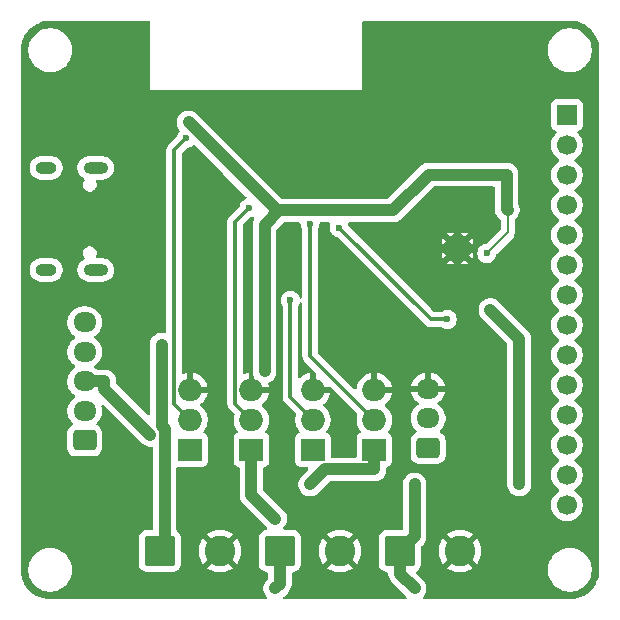
<source format=gbr>
%TF.GenerationSoftware,KiCad,Pcbnew,9.0.1*%
%TF.CreationDate,2025-05-27T02:43:24+02:00*%
%TF.ProjectId,LEDController,4c454443-6f6e-4747-926f-6c6c65722e6b,1*%
%TF.SameCoordinates,Original*%
%TF.FileFunction,Copper,L2,Bot*%
%TF.FilePolarity,Positive*%
%FSLAX46Y46*%
G04 Gerber Fmt 4.6, Leading zero omitted, Abs format (unit mm)*
G04 Created by KiCad (PCBNEW 9.0.1) date 2025-05-27 02:43:24*
%MOMM*%
%LPD*%
G01*
G04 APERTURE LIST*
G04 Aperture macros list*
%AMRoundRect*
0 Rectangle with rounded corners*
0 $1 Rounding radius*
0 $2 $3 $4 $5 $6 $7 $8 $9 X,Y pos of 4 corners*
0 Add a 4 corners polygon primitive as box body*
4,1,4,$2,$3,$4,$5,$6,$7,$8,$9,$2,$3,0*
0 Add four circle primitives for the rounded corners*
1,1,$1+$1,$2,$3*
1,1,$1+$1,$4,$5*
1,1,$1+$1,$6,$7*
1,1,$1+$1,$8,$9*
0 Add four rect primitives between the rounded corners*
20,1,$1+$1,$2,$3,$4,$5,0*
20,1,$1+$1,$4,$5,$6,$7,0*
20,1,$1+$1,$6,$7,$8,$9,0*
20,1,$1+$1,$8,$9,$2,$3,0*%
G04 Aperture macros list end*
%TA.AperFunction,ComponentPad*%
%ADD10R,1.700000X1.700000*%
%TD*%
%TA.AperFunction,ComponentPad*%
%ADD11C,1.700000*%
%TD*%
%TA.AperFunction,ComponentPad*%
%ADD12R,2.000000X1.905000*%
%TD*%
%TA.AperFunction,ComponentPad*%
%ADD13O,2.000000X1.905000*%
%TD*%
%TA.AperFunction,ComponentPad*%
%ADD14RoundRect,0.250000X0.725000X-0.600000X0.725000X0.600000X-0.725000X0.600000X-0.725000X-0.600000X0*%
%TD*%
%TA.AperFunction,ComponentPad*%
%ADD15O,1.950000X1.700000*%
%TD*%
%TA.AperFunction,ComponentPad*%
%ADD16RoundRect,0.250000X-1.050000X-1.050000X1.050000X-1.050000X1.050000X1.050000X-1.050000X1.050000X0*%
%TD*%
%TA.AperFunction,ComponentPad*%
%ADD17C,2.600000*%
%TD*%
%TA.AperFunction,HeatsinkPad*%
%ADD18C,0.500000*%
%TD*%
%TA.AperFunction,HeatsinkPad*%
%ADD19R,1.680000X1.680000*%
%TD*%
%TA.AperFunction,HeatsinkPad*%
%ADD20O,2.100000X1.000000*%
%TD*%
%TA.AperFunction,HeatsinkPad*%
%ADD21O,1.800000X1.000000*%
%TD*%
%TA.AperFunction,ViaPad*%
%ADD22C,0.600000*%
%TD*%
%TA.AperFunction,Conductor*%
%ADD23C,0.300000*%
%TD*%
%TA.AperFunction,Conductor*%
%ADD24C,1.000000*%
%TD*%
%TA.AperFunction,Conductor*%
%ADD25C,0.200000*%
%TD*%
G04 APERTURE END LIST*
D10*
%TO.P,J9,1,Pin_1*%
%TO.N,unconnected-(J9-Pin_1-Pad1)*%
X131750000Y-57490000D03*
D11*
%TO.P,J9,2,Pin_2*%
%TO.N,unconnected-(J9-Pin_2-Pad2)*%
X131750000Y-60030000D03*
%TO.P,J9,3,Pin_3*%
%TO.N,unconnected-(J9-Pin_3-Pad3)*%
X131750000Y-62570000D03*
%TO.P,J9,4,Pin_4*%
%TO.N,unconnected-(J9-Pin_4-Pad4)*%
X131750000Y-65110000D03*
%TO.P,J9,5,Pin_5*%
%TO.N,unconnected-(J9-Pin_5-Pad5)*%
X131750000Y-67650000D03*
%TO.P,J9,6,Pin_6*%
%TO.N,unconnected-(J9-Pin_6-Pad6)*%
X131750000Y-70190000D03*
%TO.P,J9,7,Pin_7*%
%TO.N,unconnected-(J9-Pin_7-Pad7)*%
X131750000Y-72730000D03*
%TO.P,J9,8,Pin_8*%
%TO.N,unconnected-(J9-Pin_8-Pad8)*%
X131750000Y-75270000D03*
%TO.P,J9,9,Pin_9*%
%TO.N,unconnected-(J9-Pin_9-Pad9)*%
X131750000Y-77810000D03*
%TO.P,J9,10,Pin_10*%
%TO.N,unconnected-(J9-Pin_10-Pad10)*%
X131750000Y-80350000D03*
%TO.P,J9,11,Pin_11*%
%TO.N,unconnected-(J9-Pin_11-Pad11)*%
X131750000Y-82890000D03*
%TO.P,J9,12,Pin_12*%
%TO.N,unconnected-(J9-Pin_12-Pad12)*%
X131750000Y-85430000D03*
%TO.P,J9,13,Pin_13*%
%TO.N,unconnected-(J9-Pin_13-Pad13)*%
X131750000Y-87970000D03*
%TO.P,J9,14,Pin_14*%
%TO.N,unconnected-(J9-Pin_14-Pad14)*%
X131750000Y-90510000D03*
%TD*%
D12*
%TO.P,Q4,1,D*%
%TO.N,W_out*%
X115443000Y-85852000D03*
D13*
%TO.P,Q4,2,G*%
%TO.N,W*%
X115443000Y-83312000D03*
%TO.P,Q4,3,S*%
%TO.N,GND*%
X115443000Y-80772000D03*
%TD*%
D14*
%TO.P,J1,1,Pin_1*%
%TO.N,W_out*%
X90915000Y-85050000D03*
D15*
%TO.P,J1,2,Pin_2*%
%TO.N,B_out*%
X90915000Y-82550000D03*
%TO.P,J1,3,Pin_3*%
%TO.N,R_out*%
X90915000Y-80050000D03*
%TO.P,J1,4,Pin_4*%
%TO.N,G_out*%
X90915000Y-77550000D03*
%TO.P,J1,5,Pin_5*%
%TO.N,+24V*%
X90915000Y-75050000D03*
%TD*%
D16*
%TO.P,J3,1,Pin_1*%
%TO.N,+24V*%
X107455000Y-94406500D03*
D17*
%TO.P,J3,2,Pin_2*%
%TO.N,GND*%
X112535000Y-94406500D03*
%TD*%
D12*
%TO.P,Q3,1,D*%
%TO.N,B_out*%
X110242000Y-85852000D03*
D13*
%TO.P,Q3,2,G*%
%TO.N,B*%
X110242000Y-83312000D03*
%TO.P,Q3,3,S*%
%TO.N,GND*%
X110242000Y-80772000D03*
%TD*%
D16*
%TO.P,J2,1,Pin_1*%
%TO.N,+24V*%
X97295000Y-94406500D03*
D17*
%TO.P,J2,2,Pin_2*%
%TO.N,GND*%
X102375000Y-94406500D03*
%TD*%
D14*
%TO.P,J6,1,Pin_1*%
%TO.N,Net-(J6-Pin_1)*%
X119998000Y-85685000D03*
D15*
%TO.P,J6,2,Pin_2*%
%TO.N,Net-(J6-Pin_2)*%
X119998000Y-83185000D03*
%TO.P,J6,3,Pin_3*%
%TO.N,GND*%
X119998000Y-80685000D03*
%TD*%
D12*
%TO.P,Q2,1,D*%
%TO.N,G_out*%
X105041000Y-85852000D03*
D13*
%TO.P,Q2,2,G*%
%TO.N,G*%
X105041000Y-83312000D03*
%TO.P,Q2,3,S*%
%TO.N,GND*%
X105041000Y-80772000D03*
%TD*%
D18*
%TO.P,U1,17,GND*%
%TO.N,GND*%
X123063000Y-68199000D03*
X121883000Y-68199000D03*
D19*
X122473000Y-68789000D03*
D18*
X123063000Y-69379000D03*
X121883000Y-69379000D03*
%TD*%
D12*
%TO.P,Q1,1,D*%
%TO.N,R_out*%
X99840000Y-85830000D03*
D13*
%TO.P,Q1,2,G*%
%TO.N,R*%
X99840000Y-83290000D03*
%TO.P,Q1,3,S*%
%TO.N,GND*%
X99840000Y-80750000D03*
%TD*%
D20*
%TO.P,J5,S1,SHIELD*%
%TO.N,unconnected-(J5-SHIELD-PadS1)_3*%
X91850000Y-61974000D03*
D21*
%TO.N,unconnected-(J5-SHIELD-PadS1)*%
X87670000Y-61974000D03*
D20*
%TO.N,unconnected-(J5-SHIELD-PadS1)_1*%
X91850000Y-70614000D03*
D21*
%TO.N,unconnected-(J5-SHIELD-PadS1)_2*%
X87670000Y-70614000D03*
%TD*%
D16*
%TO.P,J4,1,Pin_1*%
%TO.N,+24V*%
X117615000Y-94406500D03*
D17*
%TO.P,J4,2,Pin_2*%
%TO.N,GND*%
X122695000Y-94406500D03*
%TD*%
D22*
%TO.N,Data*%
X112455500Y-67042500D03*
X121620200Y-74804000D03*
%TO.N,W_out*%
X110000500Y-88764500D03*
%TO.N,W*%
X109998900Y-66753100D03*
%TO.N,B*%
X108341500Y-73195500D03*
%TO.N,G_out*%
X107047500Y-91673200D03*
%TO.N,G*%
X104817500Y-65360100D03*
%TO.N,R_out*%
X96482000Y-84565000D03*
%TO.N,R*%
X99509300Y-59470100D03*
%TO.N,+3.3V*%
X99720400Y-58115200D03*
X106151100Y-79200000D03*
%TO.N,+24V*%
X118859500Y-97568500D03*
X107047500Y-97568500D03*
X118859500Y-88764500D03*
X97429500Y-76952500D03*
X125271000Y-73999500D03*
X127718500Y-88764500D03*
%TO.N,+3.3V*%
X126644400Y-64312800D03*
X126644400Y-63347600D03*
X126746000Y-65532000D03*
X124968000Y-69213000D03*
X117011000Y-65577000D03*
X126644400Y-62534800D03*
%TD*%
D23*
%TO.N,Data*%
X120217000Y-74804000D02*
X121620200Y-74804000D01*
X112455500Y-67042500D02*
X120217000Y-74804000D01*
D24*
%TO.N,W_out*%
X111258800Y-87506200D02*
X110000500Y-88764500D01*
X115443000Y-87506200D02*
X111258800Y-87506200D01*
X115443000Y-85852000D02*
X115443000Y-87506200D01*
D23*
%TO.N,W*%
X109998900Y-77867900D02*
X109998900Y-66753100D01*
X115443000Y-83312000D02*
X109998900Y-77867900D01*
%TO.N,B*%
X108341500Y-81411500D02*
X108341500Y-73195500D01*
X110242000Y-83312000D02*
X108341500Y-81411500D01*
D24*
%TO.N,G_out*%
X105041000Y-89666700D02*
X105041000Y-85852000D01*
X107047500Y-91673200D02*
X105041000Y-89666700D01*
D23*
%TO.N,G*%
X103659700Y-66517900D02*
X104817500Y-65360100D01*
X103659700Y-81930700D02*
X103659700Y-66517900D01*
X105041000Y-83312000D02*
X103659700Y-81930700D01*
D24*
%TO.N,R_out*%
X92591700Y-80674700D02*
X96482000Y-84565000D01*
X92591700Y-80050000D02*
X92591700Y-80674700D01*
X90915000Y-80050000D02*
X92591700Y-80050000D01*
D23*
%TO.N,R*%
X98488300Y-60491100D02*
X99509300Y-59470100D01*
X98488300Y-81938300D02*
X98488300Y-60491100D01*
X99840000Y-83290000D02*
X98488300Y-81938300D01*
D24*
%TO.N,+3.3V*%
X107182000Y-65577000D02*
X99720400Y-58115200D01*
X107341300Y-65577000D02*
X107182000Y-65577000D01*
X117011000Y-65577000D02*
X107341300Y-65577000D01*
X106151100Y-66767200D02*
X106151100Y-79200000D01*
X107341300Y-65577000D02*
X106151100Y-66767200D01*
%TO.N,+24V*%
X107455000Y-97161000D02*
X107455000Y-94406500D01*
X107047500Y-97568500D02*
X107455000Y-97161000D01*
X117615000Y-96324000D02*
X118859500Y-97568500D01*
X117615000Y-94406500D02*
X117615000Y-96324000D01*
X118859500Y-93162000D02*
X118859500Y-88764500D01*
X117615000Y-94406500D02*
X118859500Y-93162000D01*
X97429500Y-83813000D02*
X97429500Y-76952500D01*
X97683700Y-84067200D02*
X97429500Y-83813000D01*
X97683700Y-94017800D02*
X97683700Y-84067200D01*
X97295000Y-94406500D02*
X97683700Y-94017800D01*
X127718500Y-76447000D02*
X127718500Y-88764500D01*
X125271000Y-73999500D02*
X127718500Y-76447000D01*
%TO.N,+3.3V*%
X126644400Y-65430400D02*
X126746000Y-65532000D01*
D25*
X126746000Y-67435000D02*
X126746000Y-65532000D01*
D24*
X120053200Y-62534800D02*
X117011000Y-65577000D01*
D25*
X124968000Y-69213000D02*
X126746000Y-67435000D01*
D24*
X126644400Y-62534800D02*
X120053200Y-62534800D01*
X126644400Y-62534800D02*
X126644400Y-65430400D01*
%TD*%
%TA.AperFunction,Conductor*%
%TO.N,GND*%
G36*
X96377039Y-49520185D02*
G01*
X96422794Y-49572989D01*
X96434000Y-49624500D01*
X96434000Y-55368000D01*
X114434000Y-55368000D01*
X114434000Y-51878711D01*
X130149500Y-51878711D01*
X130149500Y-52121288D01*
X130181161Y-52361785D01*
X130243947Y-52596104D01*
X130336773Y-52820205D01*
X130336776Y-52820212D01*
X130458064Y-53030289D01*
X130458066Y-53030292D01*
X130458067Y-53030293D01*
X130605733Y-53222736D01*
X130605739Y-53222743D01*
X130777256Y-53394260D01*
X130777262Y-53394265D01*
X130969711Y-53541936D01*
X131179788Y-53663224D01*
X131403900Y-53756054D01*
X131638211Y-53818838D01*
X131818586Y-53842584D01*
X131878711Y-53850500D01*
X131878712Y-53850500D01*
X132121289Y-53850500D01*
X132169388Y-53844167D01*
X132361789Y-53818838D01*
X132596100Y-53756054D01*
X132820212Y-53663224D01*
X133030289Y-53541936D01*
X133222738Y-53394265D01*
X133394265Y-53222738D01*
X133541936Y-53030289D01*
X133663224Y-52820212D01*
X133756054Y-52596100D01*
X133818838Y-52361789D01*
X133850500Y-52121288D01*
X133850500Y-51878712D01*
X133818838Y-51638211D01*
X133756054Y-51403900D01*
X133663224Y-51179788D01*
X133541936Y-50969711D01*
X133394265Y-50777262D01*
X133394260Y-50777256D01*
X133222743Y-50605739D01*
X133222736Y-50605733D01*
X133030293Y-50458067D01*
X133030292Y-50458066D01*
X133030289Y-50458064D01*
X132858661Y-50358974D01*
X132820214Y-50336777D01*
X132820205Y-50336773D01*
X132596104Y-50243947D01*
X132361785Y-50181161D01*
X132121289Y-50149500D01*
X132121288Y-50149500D01*
X131878712Y-50149500D01*
X131878711Y-50149500D01*
X131638214Y-50181161D01*
X131403895Y-50243947D01*
X131179794Y-50336773D01*
X131179785Y-50336777D01*
X130969706Y-50458067D01*
X130777263Y-50605733D01*
X130777256Y-50605739D01*
X130605739Y-50777256D01*
X130605733Y-50777263D01*
X130458067Y-50969706D01*
X130336777Y-51179785D01*
X130336773Y-51179794D01*
X130243947Y-51403895D01*
X130181161Y-51638214D01*
X130149500Y-51878711D01*
X114434000Y-51878711D01*
X114434000Y-49624500D01*
X114453685Y-49557461D01*
X114506489Y-49511706D01*
X114558000Y-49500500D01*
X131934108Y-49500500D01*
X131996249Y-49500500D01*
X132003736Y-49500726D01*
X132293796Y-49518271D01*
X132308657Y-49520075D01*
X132512662Y-49557461D01*
X132590798Y-49571780D01*
X132605335Y-49575363D01*
X132879172Y-49660695D01*
X132893163Y-49666000D01*
X133154743Y-49783727D01*
X133167989Y-49790680D01*
X133413465Y-49939075D01*
X133425776Y-49947573D01*
X133651573Y-50124473D01*
X133662781Y-50134403D01*
X133865596Y-50337218D01*
X133875526Y-50348426D01*
X133995481Y-50501538D01*
X134052422Y-50574217D01*
X134060926Y-50586537D01*
X134072532Y-50605735D01*
X134209316Y-50832004D01*
X134216275Y-50845263D01*
X134333997Y-51106831D01*
X134339306Y-51120832D01*
X134424635Y-51394663D01*
X134428219Y-51409201D01*
X134479923Y-51691340D01*
X134481728Y-51706205D01*
X134499274Y-51996263D01*
X134499500Y-52003750D01*
X134499500Y-95996249D01*
X134499274Y-96003736D01*
X134481728Y-96293794D01*
X134479923Y-96308659D01*
X134428219Y-96590798D01*
X134424635Y-96605336D01*
X134339306Y-96879167D01*
X134333997Y-96893168D01*
X134216275Y-97154736D01*
X134209316Y-97167995D01*
X134060928Y-97413459D01*
X134052422Y-97425782D01*
X133875526Y-97651573D01*
X133865596Y-97662781D01*
X133662781Y-97865596D01*
X133651573Y-97875526D01*
X133425782Y-98052422D01*
X133413459Y-98060928D01*
X133167995Y-98209316D01*
X133154736Y-98216275D01*
X132893168Y-98333997D01*
X132879167Y-98339306D01*
X132605336Y-98424635D01*
X132590798Y-98428219D01*
X132308659Y-98479923D01*
X132293794Y-98481728D01*
X132003736Y-98499274D01*
X131996249Y-98499500D01*
X119642784Y-98499500D01*
X119575745Y-98479815D01*
X119529990Y-98427011D01*
X119520046Y-98357853D01*
X119549071Y-98294297D01*
X119555103Y-98287819D01*
X119636635Y-98206286D01*
X119636636Y-98206285D01*
X119636637Y-98206284D01*
X119636640Y-98206281D01*
X119746131Y-98042414D01*
X119821551Y-97860336D01*
X119860000Y-97667040D01*
X119860000Y-97469960D01*
X119860000Y-97469957D01*
X119859999Y-97469955D01*
X119848761Y-97413459D01*
X119821551Y-97276664D01*
X119776538Y-97167995D01*
X119746132Y-97094587D01*
X119657394Y-96961780D01*
X119636640Y-96930719D01*
X119636638Y-96930717D01*
X119636636Y-96930714D01*
X119636635Y-96930713D01*
X119010428Y-96304508D01*
X118976943Y-96243185D01*
X118981927Y-96173494D01*
X119023798Y-96117560D01*
X119033001Y-96111295D01*
X119133656Y-96049212D01*
X119257712Y-95925156D01*
X119349814Y-95775834D01*
X119404999Y-95609297D01*
X119415500Y-95506509D01*
X119415499Y-94288514D01*
X120895000Y-94288514D01*
X120895000Y-94524485D01*
X120925799Y-94758414D01*
X120986870Y-94986337D01*
X121077160Y-95204319D01*
X121077165Y-95204328D01*
X121195144Y-95408671D01*
X121195145Y-95408672D01*
X121257721Y-95490223D01*
X122093958Y-94653987D01*
X122118978Y-94714390D01*
X122190112Y-94820851D01*
X122280649Y-94911388D01*
X122387110Y-94982522D01*
X122447511Y-95007541D01*
X121611275Y-95843777D01*
X121692827Y-95906354D01*
X121692828Y-95906355D01*
X121897171Y-96024334D01*
X121897180Y-96024339D01*
X122115163Y-96114629D01*
X122115161Y-96114629D01*
X122343085Y-96175700D01*
X122577014Y-96206499D01*
X122577029Y-96206500D01*
X122812971Y-96206500D01*
X122812985Y-96206499D01*
X123046914Y-96175700D01*
X123274837Y-96114629D01*
X123492819Y-96024339D01*
X123492828Y-96024334D01*
X123697181Y-95906350D01*
X123733200Y-95878711D01*
X130149500Y-95878711D01*
X130149500Y-96121288D01*
X130181161Y-96361785D01*
X130243947Y-96596104D01*
X130312770Y-96762256D01*
X130336776Y-96820212D01*
X130458064Y-97030289D01*
X130458066Y-97030292D01*
X130458067Y-97030293D01*
X130605733Y-97222736D01*
X130605739Y-97222743D01*
X130777256Y-97394260D01*
X130777263Y-97394266D01*
X130818336Y-97425782D01*
X130969711Y-97541936D01*
X131179788Y-97663224D01*
X131403900Y-97756054D01*
X131638211Y-97818838D01*
X131818586Y-97842584D01*
X131878711Y-97850500D01*
X131878712Y-97850500D01*
X132121289Y-97850500D01*
X132169388Y-97844167D01*
X132361789Y-97818838D01*
X132596100Y-97756054D01*
X132820212Y-97663224D01*
X133030289Y-97541936D01*
X133222738Y-97394265D01*
X133394265Y-97222738D01*
X133541936Y-97030289D01*
X133663224Y-96820212D01*
X133756054Y-96596100D01*
X133818838Y-96361789D01*
X133850500Y-96121288D01*
X133850500Y-95878712D01*
X133818838Y-95638211D01*
X133756054Y-95403900D01*
X133663224Y-95179788D01*
X133541936Y-94969711D01*
X133394265Y-94777262D01*
X133394260Y-94777256D01*
X133222743Y-94605739D01*
X133222736Y-94605733D01*
X133030293Y-94458067D01*
X133030292Y-94458066D01*
X133030289Y-94458064D01*
X132858661Y-94358974D01*
X132820214Y-94336777D01*
X132820205Y-94336773D01*
X132596104Y-94243947D01*
X132361785Y-94181161D01*
X132121289Y-94149500D01*
X132121288Y-94149500D01*
X131878712Y-94149500D01*
X131878711Y-94149500D01*
X131638214Y-94181161D01*
X131403895Y-94243947D01*
X131179794Y-94336773D01*
X131179785Y-94336777D01*
X130969706Y-94458067D01*
X130777263Y-94605733D01*
X130777256Y-94605739D01*
X130605739Y-94777256D01*
X130605733Y-94777263D01*
X130458067Y-94969706D01*
X130336777Y-95179785D01*
X130336773Y-95179794D01*
X130243947Y-95403895D01*
X130181161Y-95638214D01*
X130149500Y-95878711D01*
X123733200Y-95878711D01*
X123778724Y-95843778D01*
X123778724Y-95843777D01*
X122942487Y-95007541D01*
X123002890Y-94982522D01*
X123109351Y-94911388D01*
X123199888Y-94820851D01*
X123271022Y-94714390D01*
X123296041Y-94653988D01*
X124132276Y-95490223D01*
X124132279Y-95490223D01*
X124194850Y-95408681D01*
X124312834Y-95204328D01*
X124312839Y-95204319D01*
X124403129Y-94986337D01*
X124464200Y-94758414D01*
X124494999Y-94524485D01*
X124495000Y-94524471D01*
X124495000Y-94288528D01*
X124494999Y-94288514D01*
X124464200Y-94054585D01*
X124403129Y-93826662D01*
X124312839Y-93608680D01*
X124312834Y-93608671D01*
X124194855Y-93404328D01*
X124194854Y-93404327D01*
X124132277Y-93322775D01*
X123296041Y-94159011D01*
X123271022Y-94098610D01*
X123199888Y-93992149D01*
X123109351Y-93901612D01*
X123002890Y-93830478D01*
X122942488Y-93805458D01*
X123778723Y-92969221D01*
X123697172Y-92906645D01*
X123697171Y-92906644D01*
X123492828Y-92788665D01*
X123492819Y-92788660D01*
X123274836Y-92698370D01*
X123274838Y-92698370D01*
X123046914Y-92637299D01*
X122812985Y-92606500D01*
X122577014Y-92606500D01*
X122343085Y-92637299D01*
X122115162Y-92698370D01*
X121897180Y-92788660D01*
X121897171Y-92788665D01*
X121692828Y-92906644D01*
X121692818Y-92906650D01*
X121611275Y-92969220D01*
X121611275Y-92969221D01*
X122447512Y-93805458D01*
X122387110Y-93830478D01*
X122280649Y-93901612D01*
X122190112Y-93992149D01*
X122118978Y-94098610D01*
X122093958Y-94159012D01*
X121257721Y-93322775D01*
X121257720Y-93322775D01*
X121195150Y-93404318D01*
X121195144Y-93404328D01*
X121077165Y-93608671D01*
X121077160Y-93608680D01*
X120986870Y-93826662D01*
X120925799Y-94054585D01*
X120895000Y-94288514D01*
X119415499Y-94288514D01*
X119415499Y-94072282D01*
X119435184Y-94005244D01*
X119451818Y-93984602D01*
X119636640Y-93799781D01*
X119663919Y-93758953D01*
X119746132Y-93635914D01*
X119821551Y-93453835D01*
X119847621Y-93322775D01*
X119860000Y-93260543D01*
X119860000Y-88665956D01*
X119821552Y-88472670D01*
X119821551Y-88472669D01*
X119821551Y-88472665D01*
X119788485Y-88392835D01*
X119746135Y-88290592D01*
X119746128Y-88290579D01*
X119636639Y-88126718D01*
X119636636Y-88126714D01*
X119497285Y-87987363D01*
X119497281Y-87987360D01*
X119333420Y-87877871D01*
X119333407Y-87877864D01*
X119151339Y-87802450D01*
X119151329Y-87802447D01*
X118958043Y-87764000D01*
X118958041Y-87764000D01*
X118760959Y-87764000D01*
X118760957Y-87764000D01*
X118567670Y-87802447D01*
X118567660Y-87802450D01*
X118385592Y-87877864D01*
X118385579Y-87877871D01*
X118221718Y-87987360D01*
X118221714Y-87987363D01*
X118082363Y-88126714D01*
X118082360Y-88126718D01*
X117972871Y-88290579D01*
X117972864Y-88290592D01*
X117897450Y-88472660D01*
X117897447Y-88472670D01*
X117859000Y-88665956D01*
X117859000Y-92482000D01*
X117839315Y-92549039D01*
X117786511Y-92594794D01*
X117735000Y-92606000D01*
X116514998Y-92606000D01*
X116514981Y-92606001D01*
X116412203Y-92616500D01*
X116412200Y-92616501D01*
X116245668Y-92671685D01*
X116245663Y-92671687D01*
X116096342Y-92763789D01*
X115972289Y-92887842D01*
X115880187Y-93037163D01*
X115880185Y-93037168D01*
X115873886Y-93056178D01*
X115825001Y-93203703D01*
X115825001Y-93203704D01*
X115825000Y-93203704D01*
X115814500Y-93306483D01*
X115814500Y-95506501D01*
X115814501Y-95506518D01*
X115825000Y-95609296D01*
X115825001Y-95609299D01*
X115834582Y-95638211D01*
X115880186Y-95775834D01*
X115972288Y-95925156D01*
X116096344Y-96049212D01*
X116245666Y-96141314D01*
X116412203Y-96196499D01*
X116503103Y-96205785D01*
X116567794Y-96232181D01*
X116607945Y-96289361D01*
X116614500Y-96329142D01*
X116614500Y-96422541D01*
X116614500Y-96422543D01*
X116614499Y-96422543D01*
X116652947Y-96615829D01*
X116652950Y-96615839D01*
X116728364Y-96797907D01*
X116728371Y-96797920D01*
X116837859Y-96961780D01*
X116837860Y-96961781D01*
X116837861Y-96961782D01*
X116977218Y-97101139D01*
X116977219Y-97101139D01*
X116984286Y-97108206D01*
X116984285Y-97108206D01*
X116984289Y-97108209D01*
X118163897Y-98287819D01*
X118197382Y-98349142D01*
X118192398Y-98418834D01*
X118150526Y-98474767D01*
X118085062Y-98499184D01*
X118076216Y-98499500D01*
X107830783Y-98499500D01*
X107763744Y-98479815D01*
X107717989Y-98427011D01*
X107708045Y-98357853D01*
X107737070Y-98294297D01*
X107743101Y-98287819D01*
X107765614Y-98265305D01*
X108092778Y-97938141D01*
X108092782Y-97938139D01*
X108232139Y-97798782D01*
X108341632Y-97634914D01*
X108417051Y-97452835D01*
X108428702Y-97394265D01*
X108436275Y-97356188D01*
X108455500Y-97259541D01*
X108455500Y-96329142D01*
X108475185Y-96262103D01*
X108527989Y-96216348D01*
X108566897Y-96205784D01*
X108657797Y-96196499D01*
X108824334Y-96141314D01*
X108973656Y-96049212D01*
X109097712Y-95925156D01*
X109189814Y-95775834D01*
X109244999Y-95609297D01*
X109255500Y-95506509D01*
X109255499Y-94288514D01*
X110735000Y-94288514D01*
X110735000Y-94524485D01*
X110765799Y-94758414D01*
X110826870Y-94986337D01*
X110917160Y-95204319D01*
X110917165Y-95204328D01*
X111035144Y-95408671D01*
X111035145Y-95408672D01*
X111097721Y-95490223D01*
X111933958Y-94653987D01*
X111958978Y-94714390D01*
X112030112Y-94820851D01*
X112120649Y-94911388D01*
X112227110Y-94982522D01*
X112287511Y-95007541D01*
X111451275Y-95843777D01*
X111532827Y-95906354D01*
X111532828Y-95906355D01*
X111737171Y-96024334D01*
X111737180Y-96024339D01*
X111955163Y-96114629D01*
X111955161Y-96114629D01*
X112183085Y-96175700D01*
X112417014Y-96206499D01*
X112417029Y-96206500D01*
X112652971Y-96206500D01*
X112652985Y-96206499D01*
X112886914Y-96175700D01*
X113114837Y-96114629D01*
X113332819Y-96024339D01*
X113332828Y-96024334D01*
X113537181Y-95906350D01*
X113618723Y-95843779D01*
X113618723Y-95843776D01*
X112782487Y-95007541D01*
X112842890Y-94982522D01*
X112949351Y-94911388D01*
X113039888Y-94820851D01*
X113111022Y-94714390D01*
X113136041Y-94653987D01*
X113972276Y-95490223D01*
X113972279Y-95490223D01*
X114034850Y-95408681D01*
X114152834Y-95204328D01*
X114152839Y-95204319D01*
X114243129Y-94986337D01*
X114304200Y-94758414D01*
X114334999Y-94524485D01*
X114335000Y-94524471D01*
X114335000Y-94288528D01*
X114334999Y-94288514D01*
X114304200Y-94054585D01*
X114243129Y-93826662D01*
X114152839Y-93608680D01*
X114152834Y-93608671D01*
X114034855Y-93404328D01*
X114034854Y-93404327D01*
X113972277Y-93322775D01*
X113136041Y-94159011D01*
X113111022Y-94098610D01*
X113039888Y-93992149D01*
X112949351Y-93901612D01*
X112842890Y-93830478D01*
X112782488Y-93805458D01*
X113618723Y-92969221D01*
X113537172Y-92906645D01*
X113537171Y-92906644D01*
X113332828Y-92788665D01*
X113332819Y-92788660D01*
X113114836Y-92698370D01*
X113114838Y-92698370D01*
X112886914Y-92637299D01*
X112652985Y-92606500D01*
X112417014Y-92606500D01*
X112183085Y-92637299D01*
X111955162Y-92698370D01*
X111737180Y-92788660D01*
X111737171Y-92788665D01*
X111532828Y-92906644D01*
X111532818Y-92906650D01*
X111451275Y-92969220D01*
X111451275Y-92969221D01*
X112287512Y-93805458D01*
X112227110Y-93830478D01*
X112120649Y-93901612D01*
X112030112Y-93992149D01*
X111958978Y-94098610D01*
X111933958Y-94159012D01*
X111097721Y-93322775D01*
X111097720Y-93322775D01*
X111035150Y-93404318D01*
X111035144Y-93404328D01*
X110917165Y-93608671D01*
X110917160Y-93608680D01*
X110826870Y-93826662D01*
X110765799Y-94054585D01*
X110735000Y-94288514D01*
X109255499Y-94288514D01*
X109255499Y-93306492D01*
X109244999Y-93203703D01*
X109189814Y-93037166D01*
X109097712Y-92887844D01*
X108973656Y-92763788D01*
X108867596Y-92698370D01*
X108824336Y-92671687D01*
X108824331Y-92671685D01*
X108814179Y-92668321D01*
X108657797Y-92616501D01*
X108657795Y-92616500D01*
X108555016Y-92606000D01*
X108555009Y-92606000D01*
X107828985Y-92606000D01*
X107761946Y-92586315D01*
X107716191Y-92533511D01*
X107706247Y-92464353D01*
X107735272Y-92400797D01*
X107741304Y-92394319D01*
X107824637Y-92310985D01*
X107824640Y-92310982D01*
X107934132Y-92147115D01*
X108009552Y-91965036D01*
X108048001Y-91771741D01*
X108048001Y-91574660D01*
X108048001Y-91574657D01*
X108048000Y-91574655D01*
X108009553Y-91381372D01*
X108009552Y-91381365D01*
X107941809Y-91217820D01*
X107934133Y-91199288D01*
X107934128Y-91199279D01*
X107824640Y-91035419D01*
X107824637Y-91035415D01*
X106077819Y-89288597D01*
X106044334Y-89227274D01*
X106041500Y-89200916D01*
X106041500Y-87421476D01*
X106061185Y-87354437D01*
X106113989Y-87308682D01*
X106141135Y-87301236D01*
X106140932Y-87300376D01*
X106148479Y-87298592D01*
X106148481Y-87298591D01*
X106148483Y-87298591D01*
X106283331Y-87248296D01*
X106398546Y-87162046D01*
X106484796Y-87046831D01*
X106535091Y-86911983D01*
X106541500Y-86852373D01*
X106541499Y-84851628D01*
X106535091Y-84792017D01*
X106526885Y-84770016D01*
X106484797Y-84657171D01*
X106484793Y-84657164D01*
X106398547Y-84541955D01*
X106398544Y-84541952D01*
X106283335Y-84455706D01*
X106283328Y-84455702D01*
X106255459Y-84445308D01*
X106199525Y-84403437D01*
X106175108Y-84337973D01*
X106189960Y-84269700D01*
X106198460Y-84256260D01*
X106331217Y-84073538D01*
X106435048Y-83869758D01*
X106467531Y-83769786D01*
X106505721Y-83652249D01*
X106505721Y-83652248D01*
X106505722Y-83652245D01*
X106541500Y-83426354D01*
X106541500Y-83197646D01*
X106505722Y-82971755D01*
X106505721Y-82971751D01*
X106505721Y-82971750D01*
X106435049Y-82754244D01*
X106390386Y-82666588D01*
X106331217Y-82550462D01*
X106196786Y-82365434D01*
X106035066Y-82203714D01*
X105950134Y-82142007D01*
X105907470Y-82086678D01*
X105901491Y-82017064D01*
X105934097Y-81955269D01*
X105950137Y-81941371D01*
X106034739Y-81879905D01*
X106196402Y-81718242D01*
X106330788Y-81533276D01*
X106434582Y-81329570D01*
X106505234Y-81112128D01*
X106519509Y-81022000D01*
X105531748Y-81022000D01*
X105553518Y-80984292D01*
X105591000Y-80844409D01*
X105591000Y-80699591D01*
X105553518Y-80559708D01*
X105531748Y-80522000D01*
X106519509Y-80522000D01*
X106505234Y-80431871D01*
X106455994Y-80280329D01*
X106453999Y-80210488D01*
X106490079Y-80150655D01*
X106526473Y-80127449D01*
X106625007Y-80086635D01*
X106625007Y-80086634D01*
X106625014Y-80086632D01*
X106788882Y-79977139D01*
X106928239Y-79837782D01*
X107037732Y-79673914D01*
X107113151Y-79491835D01*
X107135408Y-79379942D01*
X107151600Y-79298543D01*
X107151600Y-67232982D01*
X107171285Y-67165943D01*
X107187919Y-67145301D01*
X107719401Y-66613819D01*
X107780724Y-66580334D01*
X107807082Y-66577500D01*
X109074400Y-66577500D01*
X109141439Y-66597185D01*
X109187194Y-66649989D01*
X109198400Y-66701500D01*
X109198400Y-66831946D01*
X109229161Y-66986589D01*
X109229164Y-66986601D01*
X109289502Y-67132272D01*
X109289506Y-67132279D01*
X109327502Y-67189144D01*
X109348380Y-67255821D01*
X109348400Y-67258035D01*
X109348400Y-72911175D01*
X109328715Y-72978214D01*
X109275911Y-73023969D01*
X109206753Y-73033913D01*
X109143197Y-73004888D01*
X109109839Y-72958627D01*
X109050897Y-72816327D01*
X109050890Y-72816314D01*
X108963289Y-72685211D01*
X108963286Y-72685207D01*
X108851792Y-72573713D01*
X108851788Y-72573710D01*
X108720685Y-72486109D01*
X108720672Y-72486102D01*
X108575001Y-72425764D01*
X108574989Y-72425761D01*
X108420345Y-72395000D01*
X108420342Y-72395000D01*
X108262658Y-72395000D01*
X108262655Y-72395000D01*
X108108010Y-72425761D01*
X108107998Y-72425764D01*
X107962327Y-72486102D01*
X107962314Y-72486109D01*
X107831211Y-72573710D01*
X107831207Y-72573713D01*
X107719713Y-72685207D01*
X107719710Y-72685211D01*
X107632109Y-72816314D01*
X107632102Y-72816327D01*
X107571764Y-72961998D01*
X107571761Y-72962010D01*
X107541000Y-73116653D01*
X107541000Y-73274346D01*
X107571761Y-73428989D01*
X107571764Y-73429001D01*
X107632102Y-73574672D01*
X107632106Y-73574679D01*
X107670102Y-73631544D01*
X107690980Y-73698221D01*
X107691000Y-73700435D01*
X107691000Y-81475569D01*
X107708060Y-81561332D01*
X107715999Y-81601244D01*
X107755348Y-81696242D01*
X107765035Y-81719627D01*
X107772291Y-81730486D01*
X107836226Y-81826173D01*
X107836227Y-81826174D01*
X108773704Y-82763650D01*
X108807189Y-82824973D01*
X108803955Y-82889647D01*
X108777277Y-82971755D01*
X108741500Y-83197646D01*
X108741500Y-83426353D01*
X108777278Y-83652246D01*
X108777278Y-83652249D01*
X108847950Y-83869755D01*
X108873607Y-83920109D01*
X108951783Y-84073538D01*
X109084525Y-84256242D01*
X109108005Y-84322046D01*
X109092180Y-84390100D01*
X109042074Y-84438795D01*
X109027541Y-84445308D01*
X108999670Y-84455703D01*
X108999664Y-84455706D01*
X108884455Y-84541952D01*
X108884452Y-84541955D01*
X108798206Y-84657164D01*
X108798202Y-84657171D01*
X108747908Y-84792017D01*
X108743865Y-84829628D01*
X108741501Y-84851623D01*
X108741500Y-84851635D01*
X108741500Y-86852370D01*
X108741501Y-86852376D01*
X108747908Y-86911983D01*
X108798202Y-87046828D01*
X108798206Y-87046835D01*
X108884452Y-87162044D01*
X108884455Y-87162047D01*
X108999664Y-87248293D01*
X108999671Y-87248297D01*
X109134517Y-87298591D01*
X109134516Y-87298591D01*
X109141444Y-87299335D01*
X109194127Y-87305000D01*
X109745718Y-87304999D01*
X109812756Y-87324683D01*
X109858511Y-87377487D01*
X109868455Y-87446646D01*
X109839430Y-87510202D01*
X109833398Y-87516680D01*
X109223363Y-88126715D01*
X109223360Y-88126719D01*
X109113872Y-88290579D01*
X109113867Y-88290589D01*
X109038449Y-88472663D01*
X109038447Y-88472671D01*
X109000000Y-88665955D01*
X109000000Y-88863044D01*
X109038447Y-89056328D01*
X109038449Y-89056336D01*
X109113867Y-89238410D01*
X109113872Y-89238420D01*
X109223360Y-89402280D01*
X109223363Y-89402284D01*
X109362715Y-89541636D01*
X109362719Y-89541639D01*
X109526579Y-89651127D01*
X109526583Y-89651129D01*
X109526586Y-89651131D01*
X109708664Y-89726551D01*
X109901955Y-89764999D01*
X109901958Y-89765000D01*
X109901960Y-89765000D01*
X110099042Y-89765000D01*
X110099043Y-89764999D01*
X110292336Y-89726551D01*
X110474414Y-89651131D01*
X110638281Y-89541639D01*
X111636901Y-88543019D01*
X111698224Y-88509534D01*
X111724582Y-88506700D01*
X115541543Y-88506700D01*
X115712619Y-88472670D01*
X115734835Y-88468251D01*
X115916914Y-88392832D01*
X116080782Y-88283339D01*
X116220139Y-88143982D01*
X116329632Y-87980114D01*
X116405051Y-87798035D01*
X116417632Y-87734782D01*
X116443500Y-87604743D01*
X116443500Y-87421476D01*
X116463185Y-87354437D01*
X116515989Y-87308682D01*
X116543135Y-87301236D01*
X116542932Y-87300376D01*
X116550479Y-87298592D01*
X116550481Y-87298591D01*
X116550483Y-87298591D01*
X116685331Y-87248296D01*
X116800546Y-87162046D01*
X116886796Y-87046831D01*
X116937091Y-86911983D01*
X116943500Y-86852373D01*
X116943499Y-84851628D01*
X116937091Y-84792017D01*
X116928885Y-84770016D01*
X116886797Y-84657171D01*
X116886793Y-84657164D01*
X116800547Y-84541955D01*
X116800544Y-84541952D01*
X116685335Y-84455706D01*
X116685328Y-84455702D01*
X116657459Y-84445308D01*
X116601525Y-84403437D01*
X116577108Y-84337973D01*
X116591960Y-84269700D01*
X116600460Y-84256260D01*
X116733217Y-84073538D01*
X116837048Y-83869758D01*
X116869531Y-83769786D01*
X116907721Y-83652249D01*
X116907721Y-83652248D01*
X116907722Y-83652245D01*
X116943500Y-83426354D01*
X116943500Y-83197646D01*
X116924663Y-83078713D01*
X118522500Y-83078713D01*
X118522500Y-83291286D01*
X118543892Y-83426354D01*
X118555754Y-83501243D01*
X118597669Y-83630245D01*
X118621444Y-83703414D01*
X118717951Y-83892820D01*
X118842890Y-84064786D01*
X118981705Y-84203601D01*
X119015190Y-84264924D01*
X119010206Y-84334616D01*
X118968334Y-84390549D01*
X118959121Y-84396821D01*
X118804342Y-84492289D01*
X118680289Y-84616342D01*
X118588187Y-84765663D01*
X118588185Y-84765668D01*
X118586744Y-84770017D01*
X118533001Y-84932203D01*
X118533001Y-84932204D01*
X118533000Y-84932204D01*
X118522500Y-85034983D01*
X118522500Y-86335001D01*
X118522501Y-86335018D01*
X118533000Y-86437796D01*
X118533001Y-86437799D01*
X118581795Y-86585048D01*
X118588186Y-86604334D01*
X118680288Y-86753656D01*
X118804344Y-86877712D01*
X118953666Y-86969814D01*
X119120203Y-87024999D01*
X119222991Y-87035500D01*
X120773008Y-87035499D01*
X120875797Y-87024999D01*
X121042334Y-86969814D01*
X121191656Y-86877712D01*
X121315712Y-86753656D01*
X121407814Y-86604334D01*
X121462999Y-86437797D01*
X121473500Y-86335009D01*
X121473499Y-85034992D01*
X121462999Y-84932203D01*
X121407814Y-84765666D01*
X121315712Y-84616344D01*
X121191656Y-84492288D01*
X121042334Y-84400186D01*
X121042333Y-84400185D01*
X121036878Y-84396821D01*
X120990154Y-84344873D01*
X120978931Y-84275910D01*
X121006775Y-84211828D01*
X121014272Y-84203623D01*
X121153104Y-84064792D01*
X121278051Y-83892816D01*
X121374557Y-83703412D01*
X121440246Y-83501243D01*
X121473500Y-83291287D01*
X121473500Y-83078713D01*
X121440246Y-82868757D01*
X121374557Y-82666588D01*
X121278051Y-82477184D01*
X121278049Y-82477181D01*
X121278048Y-82477179D01*
X121153109Y-82305213D01*
X121002790Y-82154894D01*
X121002785Y-82154890D01*
X120837781Y-82035008D01*
X120795115Y-81979678D01*
X120789136Y-81910065D01*
X120821741Y-81848270D01*
X120837781Y-81834371D01*
X121002466Y-81714721D01*
X121152723Y-81564464D01*
X121152727Y-81564459D01*
X121277620Y-81392557D01*
X121374095Y-81203217D01*
X121439757Y-81001129D01*
X121439757Y-81001126D01*
X121450231Y-80935000D01*
X120402146Y-80935000D01*
X120440630Y-80868343D01*
X120473000Y-80747535D01*
X120473000Y-80622465D01*
X120440630Y-80501657D01*
X120402146Y-80435000D01*
X121450231Y-80435000D01*
X121439757Y-80368873D01*
X121439757Y-80368870D01*
X121374095Y-80166782D01*
X121277620Y-79977442D01*
X121152727Y-79805540D01*
X121152723Y-79805535D01*
X121002464Y-79655276D01*
X121002459Y-79655272D01*
X120830557Y-79530379D01*
X120641217Y-79433904D01*
X120439128Y-79368242D01*
X120248000Y-79337969D01*
X120248000Y-80280854D01*
X120181343Y-80242370D01*
X120060535Y-80210000D01*
X119935465Y-80210000D01*
X119814657Y-80242370D01*
X119748000Y-80280854D01*
X119748000Y-79337969D01*
X119556872Y-79368242D01*
X119556869Y-79368242D01*
X119354782Y-79433904D01*
X119165442Y-79530379D01*
X118993540Y-79655272D01*
X118993535Y-79655276D01*
X118843276Y-79805535D01*
X118843272Y-79805540D01*
X118718379Y-79977442D01*
X118621904Y-80166782D01*
X118556242Y-80368870D01*
X118556242Y-80368873D01*
X118545769Y-80435000D01*
X119593854Y-80435000D01*
X119555370Y-80501657D01*
X119523000Y-80622465D01*
X119523000Y-80747535D01*
X119555370Y-80868343D01*
X119593854Y-80935000D01*
X118545769Y-80935000D01*
X118556242Y-81001126D01*
X118556242Y-81001129D01*
X118621904Y-81203217D01*
X118718379Y-81392557D01*
X118843272Y-81564459D01*
X118843276Y-81564464D01*
X118993535Y-81714723D01*
X118993540Y-81714727D01*
X119158218Y-81834372D01*
X119200884Y-81889701D01*
X119206863Y-81959315D01*
X119174258Y-82021110D01*
X119158218Y-82035008D01*
X118993214Y-82154890D01*
X118993209Y-82154894D01*
X118842890Y-82305213D01*
X118717951Y-82477179D01*
X118621444Y-82666585D01*
X118555753Y-82868760D01*
X118522500Y-83078713D01*
X116924663Y-83078713D01*
X116907722Y-82971755D01*
X116907721Y-82971751D01*
X116907721Y-82971750D01*
X116837049Y-82754244D01*
X116792386Y-82666588D01*
X116733217Y-82550462D01*
X116598786Y-82365434D01*
X116437066Y-82203714D01*
X116352134Y-82142007D01*
X116309470Y-82086678D01*
X116303491Y-82017064D01*
X116336097Y-81955269D01*
X116352137Y-81941371D01*
X116436739Y-81879905D01*
X116598402Y-81718242D01*
X116732788Y-81533276D01*
X116836582Y-81329570D01*
X116907234Y-81112128D01*
X116921509Y-81022000D01*
X115933748Y-81022000D01*
X115955518Y-80984292D01*
X115993000Y-80844409D01*
X115993000Y-80699591D01*
X115955518Y-80559708D01*
X115933748Y-80522000D01*
X116921509Y-80522000D01*
X116916672Y-80491463D01*
X116916672Y-80491461D01*
X116907234Y-80431872D01*
X116907234Y-80431871D01*
X116836582Y-80214429D01*
X116732788Y-80010723D01*
X116598402Y-79825757D01*
X116436742Y-79664097D01*
X116251776Y-79529711D01*
X116048068Y-79425917D01*
X115830625Y-79355265D01*
X115830626Y-79355265D01*
X115693000Y-79333467D01*
X115693000Y-80281252D01*
X115655292Y-80259482D01*
X115515409Y-80222000D01*
X115370591Y-80222000D01*
X115230708Y-80259482D01*
X115193000Y-80281252D01*
X115193000Y-79333467D01*
X115055374Y-79355265D01*
X114837931Y-79425917D01*
X114634223Y-79529711D01*
X114449257Y-79664097D01*
X114287597Y-79825757D01*
X114153211Y-80010723D01*
X114049417Y-80214431D01*
X113978765Y-80431874D01*
X113978765Y-80431875D01*
X113949025Y-80619642D01*
X113919095Y-80682777D01*
X113859784Y-80719708D01*
X113789921Y-80718710D01*
X113738871Y-80687925D01*
X110685719Y-77634773D01*
X110652234Y-77573450D01*
X110649400Y-77547092D01*
X110649400Y-67258035D01*
X110669085Y-67190996D01*
X110670266Y-67189190D01*
X110708294Y-67132279D01*
X110708582Y-67131585D01*
X110768635Y-66986601D01*
X110768637Y-66986597D01*
X110799400Y-66831942D01*
X110799400Y-66701500D01*
X110819085Y-66634461D01*
X110871889Y-66588706D01*
X110923400Y-66577500D01*
X111596075Y-66577500D01*
X111663114Y-66597185D01*
X111708869Y-66649989D01*
X111718813Y-66719147D01*
X111710637Y-66748950D01*
X111685763Y-66809003D01*
X111685762Y-66809006D01*
X111685762Y-66809007D01*
X111685761Y-66809010D01*
X111655000Y-66963653D01*
X111655000Y-67121346D01*
X111685761Y-67275989D01*
X111685764Y-67276001D01*
X111746102Y-67421672D01*
X111746109Y-67421685D01*
X111833710Y-67552788D01*
X111833713Y-67552792D01*
X111945207Y-67664286D01*
X111945211Y-67664289D01*
X112076314Y-67751890D01*
X112076327Y-67751897D01*
X112163730Y-67788099D01*
X112222003Y-67812237D01*
X112260625Y-67819919D01*
X112289078Y-67825579D01*
X112350989Y-67857963D01*
X112352568Y-67859515D01*
X119802325Y-75309272D01*
X119802332Y-75309278D01*
X119902618Y-75376286D01*
X119908874Y-75380466D01*
X119978221Y-75409189D01*
X120027256Y-75429501D01*
X120027259Y-75429501D01*
X120027260Y-75429502D01*
X120152928Y-75454500D01*
X120152931Y-75454500D01*
X120281069Y-75454500D01*
X121115265Y-75454500D01*
X121182304Y-75474185D01*
X121184109Y-75475366D01*
X121241021Y-75513394D01*
X121241023Y-75513395D01*
X121241027Y-75513397D01*
X121373847Y-75568412D01*
X121386703Y-75573737D01*
X121541353Y-75604499D01*
X121541356Y-75604500D01*
X121541358Y-75604500D01*
X121699044Y-75604500D01*
X121699045Y-75604499D01*
X121853697Y-75573737D01*
X121999379Y-75513394D01*
X122130489Y-75425789D01*
X122241989Y-75314289D01*
X122329594Y-75183179D01*
X122389937Y-75037497D01*
X122420700Y-74882842D01*
X122420700Y-74725158D01*
X122420700Y-74725155D01*
X122420699Y-74725153D01*
X122389937Y-74570503D01*
X122373817Y-74531585D01*
X122329597Y-74424827D01*
X122329590Y-74424814D01*
X122241989Y-74293711D01*
X122241986Y-74293707D01*
X122130492Y-74182213D01*
X122130488Y-74182210D01*
X121999385Y-74094609D01*
X121999372Y-74094602D01*
X121853701Y-74034264D01*
X121853691Y-74034261D01*
X121764324Y-74016485D01*
X121764323Y-74016484D01*
X121699045Y-74003500D01*
X121699042Y-74003500D01*
X121541358Y-74003500D01*
X121541355Y-74003500D01*
X121386710Y-74034261D01*
X121386698Y-74034264D01*
X121241027Y-74094602D01*
X121241020Y-74094606D01*
X121217258Y-74110484D01*
X121184155Y-74132602D01*
X121117479Y-74153480D01*
X121115265Y-74153500D01*
X120537808Y-74153500D01*
X120470769Y-74133815D01*
X120450127Y-74117181D01*
X120233901Y-73900955D01*
X124270500Y-73900955D01*
X124270500Y-74098044D01*
X124308947Y-74291328D01*
X124308949Y-74291336D01*
X124384367Y-74473410D01*
X124384372Y-74473420D01*
X124493860Y-74637280D01*
X124493863Y-74637284D01*
X126681681Y-76825101D01*
X126715166Y-76886424D01*
X126718000Y-76912782D01*
X126718000Y-88863041D01*
X126718000Y-88863043D01*
X126717999Y-88863043D01*
X126756447Y-89056329D01*
X126756450Y-89056339D01*
X126831864Y-89238407D01*
X126831871Y-89238420D01*
X126941360Y-89402281D01*
X126941363Y-89402285D01*
X127080714Y-89541636D01*
X127080718Y-89541639D01*
X127244579Y-89651128D01*
X127244592Y-89651135D01*
X127426660Y-89726549D01*
X127426665Y-89726551D01*
X127426669Y-89726551D01*
X127426670Y-89726552D01*
X127619956Y-89765000D01*
X127619959Y-89765000D01*
X127817043Y-89765000D01*
X127947082Y-89739132D01*
X128010335Y-89726551D01*
X128192414Y-89651132D01*
X128356282Y-89541639D01*
X128495639Y-89402282D01*
X128605132Y-89238414D01*
X128680551Y-89056335D01*
X128693132Y-88993082D01*
X128719000Y-88863043D01*
X128719000Y-76348457D01*
X128718999Y-76348455D01*
X128709671Y-76301557D01*
X128689407Y-76199682D01*
X128680552Y-76155165D01*
X128622217Y-76014334D01*
X128605133Y-75973088D01*
X128605128Y-75973079D01*
X128495640Y-75809219D01*
X128495637Y-75809215D01*
X125908784Y-73222363D01*
X125908780Y-73222360D01*
X125744920Y-73112872D01*
X125744910Y-73112867D01*
X125562836Y-73037449D01*
X125562828Y-73037447D01*
X125369543Y-72999000D01*
X125369540Y-72999000D01*
X125172460Y-72999000D01*
X125172457Y-72999000D01*
X124979171Y-73037447D01*
X124979163Y-73037449D01*
X124797089Y-73112867D01*
X124797079Y-73112872D01*
X124633219Y-73222360D01*
X124633215Y-73222363D01*
X124493863Y-73361715D01*
X124493860Y-73361719D01*
X124384372Y-73525579D01*
X124384367Y-73525589D01*
X124308949Y-73707663D01*
X124308947Y-73707671D01*
X124270500Y-73900955D01*
X120233901Y-73900955D01*
X116389523Y-70056577D01*
X121558975Y-70056577D01*
X121664236Y-70100178D01*
X121664240Y-70100179D01*
X121809126Y-70128999D01*
X121809129Y-70129000D01*
X121956871Y-70129000D01*
X121956873Y-70128999D01*
X122101760Y-70100179D01*
X122101775Y-70100175D01*
X122207024Y-70056578D01*
X122207024Y-70056577D01*
X122738975Y-70056577D01*
X122844236Y-70100178D01*
X122844240Y-70100179D01*
X122989126Y-70128999D01*
X122989129Y-70129000D01*
X123136871Y-70129000D01*
X123136873Y-70128999D01*
X123281760Y-70100179D01*
X123281775Y-70100175D01*
X123387024Y-70056578D01*
X123387024Y-70056577D01*
X123063001Y-69732554D01*
X123063000Y-69732554D01*
X122738975Y-70056577D01*
X122207024Y-70056577D01*
X121883001Y-69732554D01*
X121883000Y-69732554D01*
X121558975Y-70056577D01*
X116389523Y-70056577D01*
X115638072Y-69305126D01*
X121133000Y-69305126D01*
X121133000Y-69452873D01*
X121161820Y-69597759D01*
X121161822Y-69597767D01*
X121205421Y-69703024D01*
X121529446Y-69379000D01*
X121529446Y-69378999D01*
X121509556Y-69359109D01*
X121783000Y-69359109D01*
X121783000Y-69398891D01*
X121798224Y-69435645D01*
X121826355Y-69463776D01*
X121863109Y-69479000D01*
X121902891Y-69479000D01*
X121939645Y-69463776D01*
X121967776Y-69435645D01*
X121983000Y-69398891D01*
X121983000Y-69379000D01*
X122236554Y-69379000D01*
X122473000Y-69615446D01*
X122709446Y-69379000D01*
X122689555Y-69359109D01*
X122963000Y-69359109D01*
X122963000Y-69398891D01*
X122978224Y-69435645D01*
X123006355Y-69463776D01*
X123043109Y-69479000D01*
X123082891Y-69479000D01*
X123119645Y-69463776D01*
X123147776Y-69435645D01*
X123163000Y-69398891D01*
X123163000Y-69378999D01*
X123416554Y-69378999D01*
X123416554Y-69379001D01*
X123740577Y-69703024D01*
X123740578Y-69703024D01*
X123784175Y-69597775D01*
X123784179Y-69597760D01*
X123812999Y-69452873D01*
X123813000Y-69452871D01*
X123813000Y-69305128D01*
X123812999Y-69305126D01*
X123784179Y-69160240D01*
X123784178Y-69160236D01*
X123740577Y-69054975D01*
X123416554Y-69378999D01*
X123163000Y-69378999D01*
X123163000Y-69359109D01*
X123147776Y-69322355D01*
X123119645Y-69294224D01*
X123082891Y-69279000D01*
X123043109Y-69279000D01*
X123006355Y-69294224D01*
X122978224Y-69322355D01*
X122963000Y-69359109D01*
X122689555Y-69359109D01*
X122473000Y-69142554D01*
X122236554Y-69379000D01*
X121983000Y-69379000D01*
X121983000Y-69359109D01*
X121967776Y-69322355D01*
X121939645Y-69294224D01*
X121902891Y-69279000D01*
X121863109Y-69279000D01*
X121826355Y-69294224D01*
X121798224Y-69322355D01*
X121783000Y-69359109D01*
X121509556Y-69359109D01*
X121205421Y-69054974D01*
X121205420Y-69054974D01*
X121161823Y-69160228D01*
X121161820Y-69160240D01*
X121133000Y-69305126D01*
X115638072Y-69305126D01*
X115121946Y-68789000D01*
X121646554Y-68789000D01*
X121883000Y-69025446D01*
X122119446Y-68789000D01*
X122826554Y-68789000D01*
X123063000Y-69025446D01*
X123299446Y-68789000D01*
X123063000Y-68552554D01*
X122826554Y-68789000D01*
X122119446Y-68789000D01*
X121883000Y-68552554D01*
X121646554Y-68789000D01*
X115121946Y-68789000D01*
X114458072Y-68125126D01*
X121133000Y-68125126D01*
X121133000Y-68272873D01*
X121161820Y-68417759D01*
X121161822Y-68417767D01*
X121205421Y-68523024D01*
X121529446Y-68199000D01*
X121529446Y-68198999D01*
X121509556Y-68179109D01*
X121783000Y-68179109D01*
X121783000Y-68218891D01*
X121798224Y-68255645D01*
X121826355Y-68283776D01*
X121863109Y-68299000D01*
X121902891Y-68299000D01*
X121939645Y-68283776D01*
X121967776Y-68255645D01*
X121983000Y-68218891D01*
X121983000Y-68199000D01*
X122236554Y-68199000D01*
X122473000Y-68435446D01*
X122709446Y-68199000D01*
X122689555Y-68179109D01*
X122963000Y-68179109D01*
X122963000Y-68218891D01*
X122978224Y-68255645D01*
X123006355Y-68283776D01*
X123043109Y-68299000D01*
X123082891Y-68299000D01*
X123119645Y-68283776D01*
X123147776Y-68255645D01*
X123163000Y-68218891D01*
X123163000Y-68198999D01*
X123416554Y-68198999D01*
X123416554Y-68199001D01*
X123740577Y-68523024D01*
X123740578Y-68523024D01*
X123784175Y-68417775D01*
X123784179Y-68417760D01*
X123812999Y-68272873D01*
X123813000Y-68272871D01*
X123813000Y-68125128D01*
X123812999Y-68125126D01*
X123784179Y-67980240D01*
X123784178Y-67980236D01*
X123740577Y-67874975D01*
X123416554Y-68198999D01*
X123163000Y-68198999D01*
X123163000Y-68179109D01*
X123147776Y-68142355D01*
X123119645Y-68114224D01*
X123082891Y-68099000D01*
X123043109Y-68099000D01*
X123006355Y-68114224D01*
X122978224Y-68142355D01*
X122963000Y-68179109D01*
X122689555Y-68179109D01*
X122473000Y-67962554D01*
X122236554Y-68199000D01*
X121983000Y-68199000D01*
X121983000Y-68179109D01*
X121967776Y-68142355D01*
X121939645Y-68114224D01*
X121902891Y-68099000D01*
X121863109Y-68099000D01*
X121826355Y-68114224D01*
X121798224Y-68142355D01*
X121783000Y-68179109D01*
X121509556Y-68179109D01*
X121205421Y-67874974D01*
X121205420Y-67874974D01*
X121161823Y-67980228D01*
X121161820Y-67980240D01*
X121133000Y-68125126D01*
X114458072Y-68125126D01*
X113854366Y-67521420D01*
X121558974Y-67521420D01*
X121558974Y-67521421D01*
X121883000Y-67845446D01*
X121883001Y-67845446D01*
X122207024Y-67521421D01*
X122207022Y-67521420D01*
X122738974Y-67521420D01*
X122738974Y-67521421D01*
X123063000Y-67845446D01*
X123063001Y-67845446D01*
X123387024Y-67521421D01*
X123281767Y-67477822D01*
X123281759Y-67477820D01*
X123136872Y-67449000D01*
X122989128Y-67449000D01*
X122844240Y-67477820D01*
X122844228Y-67477823D01*
X122738974Y-67521420D01*
X122207022Y-67521420D01*
X122101767Y-67477822D01*
X122101759Y-67477820D01*
X121956872Y-67449000D01*
X121809128Y-67449000D01*
X121664240Y-67477820D01*
X121664228Y-67477823D01*
X121558974Y-67521420D01*
X113854366Y-67521420D01*
X113272515Y-66939569D01*
X113265045Y-66927076D01*
X113256339Y-66919636D01*
X113247212Y-66897254D01*
X113241459Y-66887632D01*
X113239743Y-66881932D01*
X113225237Y-66809003D01*
X113197977Y-66743193D01*
X113196187Y-66737244D01*
X113195990Y-66708280D01*
X113192894Y-66679483D01*
X113195755Y-66673766D01*
X113195712Y-66667376D01*
X113211202Y-66642906D01*
X113224169Y-66617004D01*
X113229666Y-66613742D01*
X113233085Y-66608342D01*
X113259349Y-66596130D01*
X113284258Y-66581352D01*
X113293681Y-66580168D01*
X113296442Y-66578885D01*
X113300010Y-66579373D01*
X113314924Y-66577500D01*
X117109542Y-66577500D01*
X117140566Y-66571328D01*
X117206188Y-66558275D01*
X117302836Y-66539051D01*
X117356165Y-66516961D01*
X117484914Y-66463632D01*
X117648782Y-66354139D01*
X117788139Y-66214782D01*
X117788139Y-66214780D01*
X117798347Y-66204573D01*
X117798348Y-66204570D01*
X120431302Y-63571619D01*
X120492625Y-63538134D01*
X120518983Y-63535300D01*
X125519900Y-63535300D01*
X125586939Y-63554985D01*
X125632694Y-63607789D01*
X125643900Y-63659300D01*
X125643900Y-65528944D01*
X125682347Y-65722228D01*
X125682350Y-65722240D01*
X125700766Y-65766699D01*
X125700767Y-65766701D01*
X125757764Y-65904306D01*
X125757771Y-65904319D01*
X125867260Y-66068182D01*
X126010938Y-66211860D01*
X126010958Y-66211878D01*
X126109181Y-66310101D01*
X126142666Y-66371424D01*
X126145500Y-66397782D01*
X126145500Y-67134902D01*
X126125815Y-67201941D01*
X126109181Y-67222583D01*
X124953339Y-68378425D01*
X124892016Y-68411910D01*
X124889850Y-68412361D01*
X124734508Y-68443261D01*
X124734498Y-68443264D01*
X124588827Y-68503602D01*
X124588814Y-68503609D01*
X124457711Y-68591210D01*
X124457707Y-68591213D01*
X124346213Y-68702707D01*
X124346210Y-68702711D01*
X124258609Y-68833814D01*
X124258602Y-68833827D01*
X124198264Y-68979498D01*
X124198261Y-68979510D01*
X124167500Y-69134153D01*
X124167500Y-69291846D01*
X124198261Y-69446489D01*
X124198264Y-69446501D01*
X124258602Y-69592172D01*
X124258609Y-69592185D01*
X124346210Y-69723288D01*
X124346213Y-69723292D01*
X124457707Y-69834786D01*
X124457711Y-69834789D01*
X124588814Y-69922390D01*
X124588827Y-69922397D01*
X124734498Y-69982735D01*
X124734503Y-69982737D01*
X124889153Y-70013499D01*
X124889156Y-70013500D01*
X124889158Y-70013500D01*
X125046844Y-70013500D01*
X125046845Y-70013499D01*
X125201497Y-69982737D01*
X125347179Y-69922394D01*
X125478289Y-69834789D01*
X125589789Y-69723289D01*
X125677394Y-69592179D01*
X125737737Y-69446497D01*
X125765858Y-69305126D01*
X125768638Y-69291150D01*
X125801023Y-69229239D01*
X125802517Y-69227717D01*
X127226520Y-67803716D01*
X127305577Y-67666784D01*
X127346501Y-67514057D01*
X127346501Y-67355942D01*
X127346501Y-67348347D01*
X127346500Y-67348329D01*
X127346500Y-66397783D01*
X127366185Y-66330744D01*
X127382819Y-66310102D01*
X127523136Y-66169784D01*
X127523139Y-66169781D01*
X127632631Y-66005914D01*
X127708051Y-65823836D01*
X127746500Y-65630540D01*
X127746500Y-65433460D01*
X127746500Y-65433457D01*
X127746499Y-65433455D01*
X127708052Y-65240171D01*
X127708051Y-65240164D01*
X127654339Y-65110492D01*
X127644900Y-65063039D01*
X127644900Y-62436256D01*
X127606452Y-62242970D01*
X127606451Y-62242969D01*
X127606451Y-62242965D01*
X127606449Y-62242960D01*
X127531035Y-62060892D01*
X127531028Y-62060879D01*
X127421539Y-61897018D01*
X127421536Y-61897014D01*
X127282185Y-61757663D01*
X127282181Y-61757660D01*
X127118320Y-61648171D01*
X127118307Y-61648164D01*
X126936239Y-61572750D01*
X126936229Y-61572747D01*
X126742943Y-61534300D01*
X126742941Y-61534300D01*
X120151740Y-61534300D01*
X119954659Y-61534300D01*
X119954656Y-61534300D01*
X119761371Y-61572747D01*
X119761363Y-61572749D01*
X119712199Y-61593113D01*
X119712187Y-61593118D01*
X119708078Y-61594821D01*
X119579286Y-61648168D01*
X119516369Y-61690208D01*
X119509956Y-61694492D01*
X119509950Y-61694496D01*
X119415415Y-61757662D01*
X119415414Y-61757663D01*
X116632899Y-64540181D01*
X116571576Y-64573666D01*
X116545218Y-64576500D01*
X107647792Y-64576500D01*
X107580753Y-64556815D01*
X107560110Y-64540180D01*
X100358196Y-57338072D01*
X100358192Y-57338069D01*
X100194326Y-57228575D01*
X100178111Y-57221858D01*
X100012258Y-57153156D01*
X100012250Y-57153153D01*
X99818952Y-57114700D01*
X99818956Y-57114700D01*
X99621874Y-57114698D01*
X99621873Y-57114698D01*
X99573549Y-57124309D01*
X99428574Y-57153145D01*
X99246500Y-57228560D01*
X99246490Y-57228566D01*
X99082632Y-57338049D01*
X99082631Y-57338049D01*
X98943270Y-57477406D01*
X98833776Y-57641272D01*
X98833773Y-57641278D01*
X98758356Y-57823341D01*
X98758353Y-57823349D01*
X98719900Y-58016645D01*
X98719898Y-58213725D01*
X98758345Y-58407025D01*
X98833760Y-58589099D01*
X98833766Y-58589109D01*
X98946636Y-58758036D01*
X98944480Y-58759476D01*
X98967378Y-58813416D01*
X98955574Y-58882281D01*
X98931891Y-58915429D01*
X98887514Y-58959806D01*
X98887510Y-58959811D01*
X98799909Y-59090914D01*
X98799902Y-59090927D01*
X98739564Y-59236598D01*
X98739561Y-59236608D01*
X98726220Y-59303679D01*
X98693835Y-59365590D01*
X98692284Y-59367168D01*
X97983025Y-60076428D01*
X97983024Y-60076429D01*
X97914166Y-60179485D01*
X97914161Y-60179492D01*
X97911835Y-60182972D01*
X97862799Y-60301355D01*
X97862797Y-60301361D01*
X97837800Y-60427028D01*
X97837800Y-75862520D01*
X97818115Y-75929559D01*
X97765311Y-75975314D01*
X97696153Y-75985258D01*
X97689609Y-75984137D01*
X97528045Y-75952000D01*
X97528041Y-75952000D01*
X97330959Y-75952000D01*
X97330957Y-75952000D01*
X97137670Y-75990447D01*
X97137660Y-75990450D01*
X96955592Y-76065864D01*
X96955579Y-76065871D01*
X96791718Y-76175360D01*
X96791714Y-76175363D01*
X96652363Y-76314714D01*
X96652360Y-76314718D01*
X96542871Y-76478579D01*
X96542864Y-76478592D01*
X96467450Y-76660660D01*
X96467447Y-76660670D01*
X96429000Y-76853956D01*
X96429000Y-82797718D01*
X96409315Y-82864757D01*
X96356511Y-82910512D01*
X96287353Y-82920456D01*
X96223797Y-82891431D01*
X96217319Y-82885399D01*
X93628519Y-80296599D01*
X93595034Y-80235276D01*
X93592200Y-80208918D01*
X93592200Y-79951456D01*
X93553752Y-79758170D01*
X93553751Y-79758169D01*
X93553751Y-79758165D01*
X93550881Y-79751236D01*
X93478335Y-79576092D01*
X93478328Y-79576079D01*
X93368839Y-79412218D01*
X93368836Y-79412214D01*
X93229485Y-79272863D01*
X93229481Y-79272860D01*
X93065620Y-79163371D01*
X93065607Y-79163364D01*
X92883539Y-79087950D01*
X92883529Y-79087947D01*
X92690243Y-79049500D01*
X92690241Y-79049500D01*
X92000200Y-79049500D01*
X91979678Y-79043474D01*
X91958328Y-79042216D01*
X91940837Y-79032069D01*
X91933161Y-79029815D01*
X91927141Y-79025692D01*
X91921406Y-79021510D01*
X91919792Y-79019896D01*
X91755031Y-78900191D01*
X91733875Y-78872657D01*
X91712540Y-78844989D01*
X91712530Y-78844876D01*
X91712462Y-78844788D01*
X91709542Y-78810086D01*
X91706561Y-78775376D01*
X91706613Y-78775276D01*
X91706604Y-78775165D01*
X91722910Y-78744389D01*
X91739166Y-78713580D01*
X91739292Y-78713470D01*
X91739316Y-78713426D01*
X91739395Y-78713381D01*
X91755199Y-78699686D01*
X91919792Y-78580104D01*
X92070104Y-78429792D01*
X92070106Y-78429788D01*
X92070109Y-78429786D01*
X92195048Y-78257820D01*
X92195047Y-78257820D01*
X92195051Y-78257816D01*
X92291557Y-78068412D01*
X92357246Y-77866243D01*
X92390500Y-77656287D01*
X92390500Y-77443713D01*
X92357246Y-77233757D01*
X92291557Y-77031588D01*
X92195051Y-76842184D01*
X92195049Y-76842181D01*
X92195048Y-76842179D01*
X92070109Y-76670213D01*
X91919792Y-76519896D01*
X91919784Y-76519890D01*
X91755204Y-76400316D01*
X91712540Y-76344989D01*
X91706561Y-76275376D01*
X91739166Y-76213580D01*
X91755199Y-76199686D01*
X91919792Y-76080104D01*
X92070104Y-75929792D01*
X92070106Y-75929788D01*
X92070109Y-75929786D01*
X92195048Y-75757820D01*
X92195047Y-75757820D01*
X92195051Y-75757816D01*
X92291557Y-75568412D01*
X92357246Y-75366243D01*
X92390500Y-75156287D01*
X92390500Y-74943713D01*
X92357246Y-74733757D01*
X92291557Y-74531588D01*
X92195051Y-74342184D01*
X92195049Y-74342181D01*
X92195048Y-74342179D01*
X92070109Y-74170213D01*
X91919786Y-74019890D01*
X91747820Y-73894951D01*
X91558414Y-73798444D01*
X91558413Y-73798443D01*
X91558412Y-73798443D01*
X91356243Y-73732754D01*
X91356241Y-73732753D01*
X91356240Y-73732753D01*
X91194957Y-73707208D01*
X91146287Y-73699500D01*
X90683713Y-73699500D01*
X90635042Y-73707208D01*
X90473760Y-73732753D01*
X90271585Y-73798444D01*
X90082179Y-73894951D01*
X89910213Y-74019890D01*
X89759890Y-74170213D01*
X89634951Y-74342179D01*
X89538444Y-74531585D01*
X89472753Y-74733760D01*
X89439500Y-74943713D01*
X89439500Y-75156286D01*
X89464525Y-75314292D01*
X89472754Y-75366243D01*
X89520567Y-75513397D01*
X89538444Y-75568414D01*
X89634951Y-75757820D01*
X89759890Y-75929786D01*
X89910209Y-76080105D01*
X89910214Y-76080109D01*
X90074793Y-76199682D01*
X90117459Y-76255011D01*
X90123438Y-76324625D01*
X90090833Y-76386420D01*
X90074793Y-76400318D01*
X89910214Y-76519890D01*
X89910209Y-76519894D01*
X89759890Y-76670213D01*
X89634951Y-76842179D01*
X89538444Y-77031585D01*
X89472753Y-77233760D01*
X89463594Y-77291588D01*
X89439500Y-77443713D01*
X89439500Y-77656287D01*
X89472754Y-77866243D01*
X89534944Y-78057644D01*
X89538444Y-78068414D01*
X89634951Y-78257820D01*
X89759890Y-78429786D01*
X89910209Y-78580105D01*
X89910214Y-78580109D01*
X90074793Y-78699682D01*
X90117459Y-78755011D01*
X90123438Y-78824625D01*
X90090833Y-78886420D01*
X90074793Y-78900318D01*
X89910214Y-79019890D01*
X89910209Y-79019894D01*
X89759890Y-79170213D01*
X89634951Y-79342179D01*
X89538444Y-79531585D01*
X89472753Y-79733760D01*
X89439500Y-79943713D01*
X89439500Y-80156286D01*
X89455844Y-80259482D01*
X89472754Y-80366243D01*
X89516214Y-80500000D01*
X89538444Y-80568414D01*
X89634951Y-80757820D01*
X89759890Y-80929786D01*
X89910209Y-81080105D01*
X89910214Y-81080109D01*
X90074793Y-81199682D01*
X90117459Y-81255011D01*
X90123438Y-81324625D01*
X90090833Y-81386420D01*
X90074793Y-81400318D01*
X89910214Y-81519890D01*
X89910209Y-81519894D01*
X89759890Y-81670213D01*
X89634951Y-81842179D01*
X89538444Y-82031585D01*
X89472753Y-82233760D01*
X89439500Y-82443713D01*
X89439500Y-82656286D01*
X89472518Y-82864757D01*
X89472754Y-82866243D01*
X89507036Y-82971753D01*
X89538444Y-83068414D01*
X89634951Y-83257820D01*
X89759890Y-83429786D01*
X89898705Y-83568601D01*
X89932190Y-83629924D01*
X89927206Y-83699616D01*
X89885334Y-83755549D01*
X89876121Y-83761821D01*
X89721342Y-83857289D01*
X89597289Y-83981342D01*
X89505187Y-84130663D01*
X89505185Y-84130668D01*
X89493705Y-84165312D01*
X89450001Y-84297203D01*
X89450001Y-84297204D01*
X89450000Y-84297204D01*
X89439500Y-84399983D01*
X89439500Y-85700001D01*
X89439501Y-85700018D01*
X89450000Y-85802796D01*
X89450001Y-85802799D01*
X89498253Y-85948412D01*
X89505186Y-85969334D01*
X89597288Y-86118656D01*
X89721344Y-86242712D01*
X89870666Y-86334814D01*
X90037203Y-86389999D01*
X90139991Y-86400500D01*
X91690008Y-86400499D01*
X91792797Y-86389999D01*
X91959334Y-86334814D01*
X92108656Y-86242712D01*
X92232712Y-86118656D01*
X92324814Y-85969334D01*
X92379999Y-85802797D01*
X92390500Y-85700009D01*
X92390499Y-84399992D01*
X92389534Y-84390549D01*
X92379999Y-84297203D01*
X92379998Y-84297200D01*
X92359135Y-84234240D01*
X92324814Y-84130666D01*
X92232712Y-83981344D01*
X92108656Y-83857288D01*
X91959334Y-83765186D01*
X91959333Y-83765185D01*
X91953878Y-83761821D01*
X91907154Y-83709873D01*
X91895931Y-83640910D01*
X91923775Y-83576828D01*
X91931272Y-83568623D01*
X92070104Y-83429792D01*
X92085638Y-83408412D01*
X92195048Y-83257820D01*
X92195047Y-83257820D01*
X92195051Y-83257816D01*
X92291557Y-83068412D01*
X92357246Y-82866243D01*
X92390500Y-82656287D01*
X92390500Y-82443713D01*
X92357246Y-82233757D01*
X92334632Y-82164161D01*
X92332638Y-82094324D01*
X92368718Y-82034491D01*
X92431418Y-82003662D01*
X92500833Y-82011626D01*
X92540245Y-82038165D01*
X95844215Y-85342136D01*
X95844219Y-85342139D01*
X96008079Y-85451627D01*
X96008083Y-85451629D01*
X96008086Y-85451631D01*
X96190164Y-85527051D01*
X96383455Y-85565499D01*
X96383458Y-85565500D01*
X96559200Y-85565500D01*
X96626239Y-85585185D01*
X96671994Y-85637989D01*
X96683200Y-85689500D01*
X96683200Y-92482000D01*
X96663515Y-92549039D01*
X96610711Y-92594794D01*
X96559200Y-92606000D01*
X96194998Y-92606000D01*
X96194980Y-92606001D01*
X96092203Y-92616500D01*
X96092200Y-92616501D01*
X95925668Y-92671685D01*
X95925663Y-92671687D01*
X95776342Y-92763789D01*
X95652289Y-92887842D01*
X95560187Y-93037163D01*
X95560185Y-93037168D01*
X95553886Y-93056178D01*
X95505001Y-93203703D01*
X95505001Y-93203704D01*
X95505000Y-93203704D01*
X95494500Y-93306483D01*
X95494500Y-95506501D01*
X95494501Y-95506518D01*
X95505000Y-95609296D01*
X95505001Y-95609299D01*
X95514582Y-95638211D01*
X95560186Y-95775834D01*
X95652288Y-95925156D01*
X95776344Y-96049212D01*
X95925666Y-96141314D01*
X96092203Y-96196499D01*
X96194991Y-96207000D01*
X98395008Y-96206999D01*
X98497797Y-96196499D01*
X98664334Y-96141314D01*
X98813656Y-96049212D01*
X98937712Y-95925156D01*
X99029814Y-95775834D01*
X99084999Y-95609297D01*
X99095500Y-95506509D01*
X99095499Y-94288514D01*
X100575000Y-94288514D01*
X100575000Y-94524485D01*
X100605799Y-94758414D01*
X100666870Y-94986337D01*
X100757160Y-95204319D01*
X100757165Y-95204328D01*
X100875144Y-95408671D01*
X100875145Y-95408672D01*
X100937721Y-95490223D01*
X101773958Y-94653987D01*
X101798978Y-94714390D01*
X101870112Y-94820851D01*
X101960649Y-94911388D01*
X102067110Y-94982522D01*
X102127511Y-95007541D01*
X101291275Y-95843777D01*
X101372827Y-95906354D01*
X101372828Y-95906355D01*
X101577171Y-96024334D01*
X101577180Y-96024339D01*
X101795163Y-96114629D01*
X101795161Y-96114629D01*
X102023085Y-96175700D01*
X102257014Y-96206499D01*
X102257029Y-96206500D01*
X102492971Y-96206500D01*
X102492985Y-96206499D01*
X102726914Y-96175700D01*
X102954837Y-96114629D01*
X103172819Y-96024339D01*
X103172828Y-96024334D01*
X103377181Y-95906350D01*
X103458723Y-95843779D01*
X103458723Y-95843776D01*
X102622487Y-95007541D01*
X102682890Y-94982522D01*
X102789351Y-94911388D01*
X102879888Y-94820851D01*
X102951022Y-94714390D01*
X102976041Y-94653987D01*
X103812276Y-95490223D01*
X103812279Y-95490223D01*
X103874850Y-95408681D01*
X103992834Y-95204328D01*
X103992839Y-95204319D01*
X104083129Y-94986337D01*
X104144200Y-94758414D01*
X104174999Y-94524485D01*
X104175000Y-94524471D01*
X104175000Y-94288528D01*
X104174999Y-94288514D01*
X104144200Y-94054585D01*
X104083129Y-93826662D01*
X103992839Y-93608680D01*
X103992834Y-93608671D01*
X103874855Y-93404328D01*
X103874854Y-93404327D01*
X103812277Y-93322775D01*
X102976041Y-94159011D01*
X102951022Y-94098610D01*
X102879888Y-93992149D01*
X102789351Y-93901612D01*
X102682890Y-93830478D01*
X102622488Y-93805458D01*
X103458723Y-92969221D01*
X103377172Y-92906645D01*
X103377171Y-92906644D01*
X103172828Y-92788665D01*
X103172819Y-92788660D01*
X102954836Y-92698370D01*
X102954838Y-92698370D01*
X102726914Y-92637299D01*
X102492985Y-92606500D01*
X102257014Y-92606500D01*
X102023085Y-92637299D01*
X101795162Y-92698370D01*
X101577180Y-92788660D01*
X101577171Y-92788665D01*
X101372828Y-92906644D01*
X101372818Y-92906650D01*
X101291275Y-92969220D01*
X101291275Y-92969221D01*
X102127512Y-93805458D01*
X102067110Y-93830478D01*
X101960649Y-93901612D01*
X101870112Y-93992149D01*
X101798978Y-94098610D01*
X101773958Y-94159011D01*
X100937721Y-93322775D01*
X100937720Y-93322775D01*
X100875150Y-93404318D01*
X100875144Y-93404328D01*
X100757165Y-93608671D01*
X100757160Y-93608680D01*
X100666870Y-93826662D01*
X100605799Y-94054585D01*
X100575000Y-94288514D01*
X99095499Y-94288514D01*
X99095499Y-93306492D01*
X99084999Y-93203703D01*
X99029814Y-93037166D01*
X98937712Y-92887844D01*
X98813656Y-92763788D01*
X98813655Y-92763787D01*
X98743102Y-92720269D01*
X98696378Y-92668321D01*
X98684200Y-92614731D01*
X98684200Y-87406999D01*
X98703885Y-87339960D01*
X98756689Y-87294205D01*
X98808195Y-87282999D01*
X100887872Y-87282999D01*
X100947483Y-87276591D01*
X101082331Y-87226296D01*
X101197546Y-87140046D01*
X101283796Y-87024831D01*
X101334091Y-86889983D01*
X101340500Y-86830373D01*
X101340499Y-84829628D01*
X101334091Y-84770017D01*
X101332468Y-84765666D01*
X101283797Y-84635171D01*
X101283793Y-84635164D01*
X101197547Y-84519955D01*
X101197544Y-84519952D01*
X101082335Y-84433706D01*
X101082328Y-84433702D01*
X101054459Y-84423308D01*
X100998525Y-84381437D01*
X100974108Y-84315973D01*
X100988960Y-84247700D01*
X100997460Y-84234260D01*
X101130217Y-84051538D01*
X101234048Y-83847758D01*
X101261971Y-83761821D01*
X101304721Y-83630249D01*
X101304721Y-83630248D01*
X101304722Y-83630245D01*
X101340500Y-83404354D01*
X101340500Y-83175646D01*
X101304722Y-82949755D01*
X101304721Y-82949751D01*
X101304721Y-82949750D01*
X101234049Y-82732244D01*
X101234048Y-82732242D01*
X101130217Y-82528462D01*
X100995786Y-82343434D01*
X100834066Y-82181714D01*
X100749134Y-82120007D01*
X100706470Y-82064678D01*
X100700491Y-81995064D01*
X100733097Y-81933269D01*
X100749137Y-81919371D01*
X100833739Y-81857905D01*
X100995402Y-81696242D01*
X101129788Y-81511276D01*
X101233582Y-81307570D01*
X101304234Y-81090128D01*
X101318509Y-81000000D01*
X100330748Y-81000000D01*
X100352518Y-80962292D01*
X100390000Y-80822409D01*
X100390000Y-80677591D01*
X100352518Y-80537708D01*
X100330748Y-80500000D01*
X101318509Y-80500000D01*
X101304234Y-80409871D01*
X101233582Y-80192429D01*
X101129788Y-79988723D01*
X100995402Y-79803757D01*
X100833742Y-79642097D01*
X100648776Y-79507711D01*
X100445068Y-79403917D01*
X100227625Y-79333265D01*
X100227626Y-79333265D01*
X100090000Y-79311467D01*
X100090000Y-80259252D01*
X100052292Y-80237482D01*
X99912409Y-80200000D01*
X99767591Y-80200000D01*
X99627708Y-80237482D01*
X99590000Y-80259252D01*
X99590000Y-79311467D01*
X99452374Y-79333265D01*
X99301118Y-79382411D01*
X99231276Y-79384406D01*
X99171444Y-79348325D01*
X99140616Y-79285624D01*
X99138800Y-79264480D01*
X99138800Y-60811907D01*
X99158485Y-60744868D01*
X99175115Y-60724230D01*
X99612231Y-60287113D01*
X99673552Y-60253630D01*
X99675617Y-60253199D01*
X99742797Y-60239837D01*
X99888479Y-60179494D01*
X100019589Y-60091889D01*
X100063180Y-60048298D01*
X100124503Y-60014812D01*
X100194194Y-60019796D01*
X100238542Y-60048297D01*
X102653894Y-62463713D01*
X104591718Y-64401589D01*
X104625203Y-64462913D01*
X104620217Y-64532604D01*
X104578345Y-64588537D01*
X104551489Y-64603830D01*
X104438324Y-64650704D01*
X104438314Y-64650709D01*
X104307211Y-64738310D01*
X104307207Y-64738313D01*
X104195713Y-64849807D01*
X104195710Y-64849811D01*
X104108109Y-64980914D01*
X104108102Y-64980927D01*
X104047764Y-65126598D01*
X104047761Y-65126608D01*
X104034420Y-65193679D01*
X104002035Y-65255590D01*
X104000484Y-65257168D01*
X103154425Y-66103228D01*
X103154419Y-66103236D01*
X103105376Y-66176634D01*
X103105377Y-66176635D01*
X103083234Y-66209774D01*
X103034199Y-66328155D01*
X103034197Y-66328161D01*
X103009200Y-66453828D01*
X103009200Y-81994770D01*
X103017204Y-82035008D01*
X103027731Y-82087927D01*
X103034112Y-82120008D01*
X103034199Y-82120444D01*
X103083234Y-82238825D01*
X103154426Y-82345373D01*
X103572704Y-82763651D01*
X103606189Y-82824974D01*
X103602954Y-82889649D01*
X103576278Y-82971751D01*
X103540500Y-83197646D01*
X103540500Y-83426353D01*
X103576278Y-83652246D01*
X103576278Y-83652249D01*
X103646950Y-83869755D01*
X103672607Y-83920109D01*
X103750783Y-84073538D01*
X103883525Y-84256242D01*
X103907005Y-84322046D01*
X103891180Y-84390100D01*
X103841074Y-84438795D01*
X103826541Y-84445308D01*
X103798670Y-84455703D01*
X103798664Y-84455706D01*
X103683455Y-84541952D01*
X103683452Y-84541955D01*
X103597206Y-84657164D01*
X103597202Y-84657171D01*
X103546908Y-84792017D01*
X103542865Y-84829628D01*
X103540501Y-84851623D01*
X103540500Y-84851635D01*
X103540500Y-86852370D01*
X103540501Y-86852376D01*
X103546908Y-86911983D01*
X103597202Y-87046828D01*
X103597206Y-87046835D01*
X103683452Y-87162044D01*
X103683455Y-87162047D01*
X103798664Y-87248293D01*
X103798671Y-87248297D01*
X103933517Y-87298591D01*
X103941062Y-87300374D01*
X103940523Y-87302651D01*
X103994287Y-87324908D01*
X104034147Y-87382293D01*
X104040500Y-87421475D01*
X104040500Y-89765241D01*
X104040500Y-89765243D01*
X104040499Y-89765243D01*
X104078947Y-89958529D01*
X104078950Y-89958539D01*
X104154364Y-90140607D01*
X104154371Y-90140620D01*
X104263859Y-90304480D01*
X104263860Y-90304481D01*
X104263861Y-90304482D01*
X104403218Y-90443839D01*
X104403219Y-90443839D01*
X104410286Y-90450906D01*
X104410285Y-90450906D01*
X104410289Y-90450909D01*
X106361359Y-92401981D01*
X106394844Y-92463304D01*
X106389860Y-92532996D01*
X106347988Y-92588929D01*
X106286279Y-92613020D01*
X106252203Y-92616500D01*
X106252200Y-92616501D01*
X106085668Y-92671685D01*
X106085663Y-92671687D01*
X105936342Y-92763789D01*
X105812289Y-92887842D01*
X105720187Y-93037163D01*
X105720185Y-93037168D01*
X105713886Y-93056178D01*
X105665001Y-93203703D01*
X105665001Y-93203704D01*
X105665000Y-93203704D01*
X105654500Y-93306483D01*
X105654500Y-95506501D01*
X105654501Y-95506518D01*
X105665000Y-95609296D01*
X105665001Y-95609299D01*
X105674582Y-95638211D01*
X105720186Y-95775834D01*
X105812288Y-95925156D01*
X105936344Y-96049212D01*
X106085666Y-96141314D01*
X106252203Y-96196499D01*
X106343103Y-96205785D01*
X106407794Y-96232181D01*
X106447945Y-96289361D01*
X106454500Y-96329143D01*
X106454500Y-96695217D01*
X106434815Y-96762256D01*
X106418181Y-96782898D01*
X106270363Y-96930715D01*
X106270360Y-96930719D01*
X106160872Y-97094579D01*
X106160867Y-97094589D01*
X106085449Y-97276663D01*
X106085447Y-97276671D01*
X106047000Y-97469955D01*
X106047000Y-97667044D01*
X106085447Y-97860328D01*
X106085449Y-97860336D01*
X106160867Y-98042410D01*
X106160872Y-98042420D01*
X106270360Y-98206280D01*
X106270363Y-98206284D01*
X106351898Y-98287819D01*
X106385383Y-98349142D01*
X106380399Y-98418834D01*
X106338527Y-98474767D01*
X106273063Y-98499184D01*
X106264217Y-98499500D01*
X88003751Y-98499500D01*
X87996264Y-98499274D01*
X87706205Y-98481728D01*
X87691340Y-98479923D01*
X87409201Y-98428219D01*
X87394663Y-98424635D01*
X87120832Y-98339306D01*
X87106831Y-98333997D01*
X86845263Y-98216275D01*
X86832004Y-98209316D01*
X86826990Y-98206285D01*
X86586537Y-98060926D01*
X86574217Y-98052422D01*
X86561450Y-98042420D01*
X86348426Y-97875526D01*
X86337218Y-97865596D01*
X86134403Y-97662781D01*
X86124473Y-97651573D01*
X86038575Y-97541932D01*
X85947573Y-97425776D01*
X85939075Y-97413465D01*
X85790680Y-97167989D01*
X85783727Y-97154743D01*
X85666000Y-96893163D01*
X85660693Y-96879167D01*
X85635375Y-96797920D01*
X85575363Y-96605335D01*
X85571780Y-96590798D01*
X85540946Y-96422541D01*
X85520075Y-96308657D01*
X85518271Y-96293794D01*
X85513586Y-96216348D01*
X85500726Y-96003736D01*
X85500500Y-95996249D01*
X85500500Y-95878711D01*
X86149500Y-95878711D01*
X86149500Y-96121288D01*
X86181161Y-96361785D01*
X86243947Y-96596104D01*
X86312770Y-96762256D01*
X86336776Y-96820212D01*
X86458064Y-97030289D01*
X86458066Y-97030292D01*
X86458067Y-97030293D01*
X86605733Y-97222736D01*
X86605739Y-97222743D01*
X86777256Y-97394260D01*
X86777263Y-97394266D01*
X86818336Y-97425782D01*
X86969711Y-97541936D01*
X87179788Y-97663224D01*
X87403900Y-97756054D01*
X87638211Y-97818838D01*
X87818586Y-97842584D01*
X87878711Y-97850500D01*
X87878712Y-97850500D01*
X88121289Y-97850500D01*
X88169388Y-97844167D01*
X88361789Y-97818838D01*
X88596100Y-97756054D01*
X88820212Y-97663224D01*
X89030289Y-97541936D01*
X89222738Y-97394265D01*
X89394265Y-97222738D01*
X89541936Y-97030289D01*
X89663224Y-96820212D01*
X89756054Y-96596100D01*
X89818838Y-96361789D01*
X89850500Y-96121288D01*
X89850500Y-95878712D01*
X89818838Y-95638211D01*
X89756054Y-95403900D01*
X89663224Y-95179788D01*
X89541936Y-94969711D01*
X89394265Y-94777262D01*
X89394260Y-94777256D01*
X89222743Y-94605739D01*
X89222736Y-94605733D01*
X89030293Y-94458067D01*
X89030292Y-94458066D01*
X89030289Y-94458064D01*
X88858661Y-94358974D01*
X88820214Y-94336777D01*
X88820205Y-94336773D01*
X88596104Y-94243947D01*
X88361785Y-94181161D01*
X88121289Y-94149500D01*
X88121288Y-94149500D01*
X87878712Y-94149500D01*
X87878711Y-94149500D01*
X87638214Y-94181161D01*
X87403895Y-94243947D01*
X87179794Y-94336773D01*
X87179785Y-94336777D01*
X86969706Y-94458067D01*
X86777263Y-94605733D01*
X86777256Y-94605739D01*
X86605739Y-94777256D01*
X86605733Y-94777263D01*
X86458067Y-94969706D01*
X86336777Y-95179785D01*
X86336773Y-95179794D01*
X86243947Y-95403895D01*
X86181161Y-95638214D01*
X86149500Y-95878711D01*
X85500500Y-95878711D01*
X85500500Y-70712543D01*
X86269499Y-70712543D01*
X86307947Y-70905829D01*
X86307950Y-70905839D01*
X86383364Y-71087907D01*
X86383371Y-71087920D01*
X86492860Y-71251781D01*
X86492863Y-71251785D01*
X86632214Y-71391136D01*
X86632218Y-71391139D01*
X86796079Y-71500628D01*
X86796092Y-71500635D01*
X86975509Y-71574951D01*
X86978165Y-71576051D01*
X86978169Y-71576051D01*
X86978170Y-71576052D01*
X87171456Y-71614500D01*
X87171459Y-71614500D01*
X88168543Y-71614500D01*
X88298582Y-71588632D01*
X88361835Y-71576051D01*
X88543914Y-71500632D01*
X88707782Y-71391139D01*
X88847139Y-71251782D01*
X88956632Y-71087914D01*
X89032051Y-70905835D01*
X89070500Y-70712543D01*
X90299499Y-70712543D01*
X90337947Y-70905829D01*
X90337950Y-70905839D01*
X90413364Y-71087907D01*
X90413371Y-71087920D01*
X90522860Y-71251781D01*
X90522863Y-71251785D01*
X90662214Y-71391136D01*
X90662218Y-71391139D01*
X90826079Y-71500628D01*
X90826092Y-71500635D01*
X91005509Y-71574951D01*
X91008165Y-71576051D01*
X91008169Y-71576051D01*
X91008170Y-71576052D01*
X91201456Y-71614500D01*
X91201459Y-71614500D01*
X92498543Y-71614500D01*
X92628582Y-71588632D01*
X92691835Y-71576051D01*
X92873914Y-71500632D01*
X93037782Y-71391139D01*
X93177139Y-71251782D01*
X93286632Y-71087914D01*
X93362051Y-70905835D01*
X93400500Y-70712541D01*
X93400500Y-70515459D01*
X93400500Y-70515456D01*
X93362052Y-70322170D01*
X93362051Y-70322169D01*
X93362051Y-70322165D01*
X93351332Y-70296286D01*
X93286635Y-70140092D01*
X93286628Y-70140079D01*
X93177139Y-69976218D01*
X93177136Y-69976214D01*
X93037785Y-69836863D01*
X93037781Y-69836860D01*
X92873920Y-69727371D01*
X92873907Y-69727364D01*
X92691839Y-69651950D01*
X92691829Y-69651947D01*
X92498543Y-69613500D01*
X92498541Y-69613500D01*
X91981333Y-69613500D01*
X91914294Y-69593815D01*
X91868539Y-69541011D01*
X91858595Y-69471853D01*
X91873947Y-69427499D01*
X91886278Y-69406140D01*
X91886277Y-69406140D01*
X91886281Y-69406135D01*
X91925500Y-69259766D01*
X91925500Y-69108234D01*
X91886281Y-68961865D01*
X91810515Y-68830635D01*
X91703365Y-68723485D01*
X91628227Y-68680104D01*
X91572136Y-68647719D01*
X91498950Y-68628109D01*
X91425766Y-68608500D01*
X91274234Y-68608500D01*
X91127863Y-68647719D01*
X90996635Y-68723485D01*
X90996632Y-68723487D01*
X90889487Y-68830632D01*
X90889485Y-68830635D01*
X90813719Y-68961863D01*
X90774500Y-69108234D01*
X90774500Y-69259766D01*
X90794109Y-69332950D01*
X90813719Y-69406136D01*
X90837017Y-69446489D01*
X90889485Y-69537365D01*
X90889486Y-69537366D01*
X90893549Y-69544403D01*
X90891220Y-69545747D01*
X90911645Y-69598584D01*
X90897603Y-69667029D01*
X90848787Y-69717016D01*
X90835528Y-69723456D01*
X90826094Y-69727363D01*
X90826079Y-69727371D01*
X90662218Y-69836860D01*
X90662214Y-69836863D01*
X90522863Y-69976214D01*
X90522860Y-69976218D01*
X90413371Y-70140079D01*
X90413364Y-70140092D01*
X90337950Y-70322160D01*
X90337947Y-70322170D01*
X90299500Y-70515456D01*
X90299500Y-70515459D01*
X90299500Y-70712541D01*
X90299500Y-70712543D01*
X90299499Y-70712543D01*
X89070500Y-70712543D01*
X89070500Y-70712541D01*
X89070500Y-70515459D01*
X89070500Y-70515456D01*
X89032052Y-70322170D01*
X89032051Y-70322169D01*
X89032051Y-70322165D01*
X89021332Y-70296286D01*
X88956635Y-70140092D01*
X88956628Y-70140079D01*
X88847139Y-69976218D01*
X88847136Y-69976214D01*
X88707785Y-69836863D01*
X88707781Y-69836860D01*
X88543920Y-69727371D01*
X88543907Y-69727364D01*
X88361839Y-69651950D01*
X88361829Y-69651947D01*
X88168543Y-69613500D01*
X88168541Y-69613500D01*
X87171459Y-69613500D01*
X87171457Y-69613500D01*
X86978170Y-69651947D01*
X86978160Y-69651950D01*
X86796092Y-69727364D01*
X86796079Y-69727371D01*
X86632218Y-69836860D01*
X86632214Y-69836863D01*
X86492863Y-69976214D01*
X86492860Y-69976218D01*
X86383371Y-70140079D01*
X86383364Y-70140092D01*
X86307950Y-70322160D01*
X86307947Y-70322170D01*
X86269500Y-70515456D01*
X86269500Y-70515459D01*
X86269500Y-70712541D01*
X86269500Y-70712543D01*
X86269499Y-70712543D01*
X85500500Y-70712543D01*
X85500500Y-62072543D01*
X86269499Y-62072543D01*
X86307947Y-62265829D01*
X86307950Y-62265839D01*
X86383364Y-62447907D01*
X86383371Y-62447920D01*
X86492860Y-62611781D01*
X86492863Y-62611785D01*
X86632214Y-62751136D01*
X86632218Y-62751139D01*
X86796079Y-62860628D01*
X86796092Y-62860635D01*
X86978160Y-62936049D01*
X86978165Y-62936051D01*
X86978169Y-62936051D01*
X86978170Y-62936052D01*
X87171456Y-62974500D01*
X87171459Y-62974500D01*
X88168543Y-62974500D01*
X88324462Y-62943485D01*
X88361835Y-62936051D01*
X88543914Y-62860632D01*
X88707782Y-62751139D01*
X88847139Y-62611782D01*
X88956632Y-62447914D01*
X89032051Y-62265835D01*
X89070500Y-62072543D01*
X90299499Y-62072543D01*
X90337947Y-62265829D01*
X90337950Y-62265839D01*
X90413364Y-62447907D01*
X90413371Y-62447920D01*
X90522860Y-62611781D01*
X90522863Y-62611785D01*
X90662214Y-62751136D01*
X90662218Y-62751139D01*
X90826079Y-62860628D01*
X90826083Y-62860630D01*
X90826086Y-62860632D01*
X90835523Y-62864541D01*
X90889927Y-62908378D01*
X90911995Y-62974672D01*
X90894719Y-63042372D01*
X90891565Y-63047032D01*
X90813719Y-63181863D01*
X90788009Y-63277816D01*
X90774500Y-63328234D01*
X90774500Y-63479766D01*
X90794109Y-63552950D01*
X90813719Y-63626136D01*
X90832867Y-63659300D01*
X90889485Y-63757365D01*
X90996635Y-63864515D01*
X91127865Y-63940281D01*
X91274234Y-63979500D01*
X91274236Y-63979500D01*
X91425764Y-63979500D01*
X91425766Y-63979500D01*
X91572135Y-63940281D01*
X91703365Y-63864515D01*
X91810515Y-63757365D01*
X91886281Y-63626135D01*
X91925500Y-63479766D01*
X91925500Y-63328234D01*
X91886281Y-63181865D01*
X91886278Y-63181859D01*
X91873947Y-63160501D01*
X91857473Y-63092602D01*
X91880325Y-63026574D01*
X91935245Y-62983383D01*
X91981333Y-62974500D01*
X92498543Y-62974500D01*
X92654462Y-62943485D01*
X92691835Y-62936051D01*
X92873914Y-62860632D01*
X93037782Y-62751139D01*
X93177139Y-62611782D01*
X93286632Y-62447914D01*
X93362051Y-62265835D01*
X93400500Y-62072541D01*
X93400500Y-61875459D01*
X93400500Y-61875456D01*
X93362052Y-61682170D01*
X93362051Y-61682169D01*
X93362051Y-61682165D01*
X93347969Y-61648168D01*
X93286635Y-61500092D01*
X93286628Y-61500079D01*
X93177139Y-61336218D01*
X93177136Y-61336214D01*
X93037785Y-61196863D01*
X93037781Y-61196860D01*
X92873920Y-61087371D01*
X92873907Y-61087364D01*
X92691839Y-61011950D01*
X92691829Y-61011947D01*
X92498543Y-60973500D01*
X92498541Y-60973500D01*
X91201459Y-60973500D01*
X91201457Y-60973500D01*
X91008170Y-61011947D01*
X91008160Y-61011950D01*
X90826092Y-61087364D01*
X90826079Y-61087371D01*
X90662218Y-61196860D01*
X90662214Y-61196863D01*
X90522863Y-61336214D01*
X90522860Y-61336218D01*
X90413371Y-61500079D01*
X90413364Y-61500092D01*
X90337950Y-61682160D01*
X90337947Y-61682170D01*
X90299500Y-61875456D01*
X90299500Y-61875459D01*
X90299500Y-62072541D01*
X90299500Y-62072543D01*
X90299499Y-62072543D01*
X89070500Y-62072543D01*
X89070500Y-62072541D01*
X89070500Y-61875459D01*
X89070500Y-61875456D01*
X89032052Y-61682170D01*
X89032051Y-61682169D01*
X89032051Y-61682165D01*
X89017969Y-61648168D01*
X88956635Y-61500092D01*
X88956628Y-61500079D01*
X88847139Y-61336218D01*
X88847136Y-61336214D01*
X88707785Y-61196863D01*
X88707781Y-61196860D01*
X88543920Y-61087371D01*
X88543907Y-61087364D01*
X88361839Y-61011950D01*
X88361829Y-61011947D01*
X88168543Y-60973500D01*
X88168541Y-60973500D01*
X87171459Y-60973500D01*
X87171457Y-60973500D01*
X86978170Y-61011947D01*
X86978160Y-61011950D01*
X86796092Y-61087364D01*
X86796079Y-61087371D01*
X86632218Y-61196860D01*
X86632214Y-61196863D01*
X86492863Y-61336214D01*
X86492860Y-61336218D01*
X86383371Y-61500079D01*
X86383364Y-61500092D01*
X86307950Y-61682160D01*
X86307947Y-61682170D01*
X86269500Y-61875456D01*
X86269500Y-61875459D01*
X86269500Y-62072541D01*
X86269500Y-62072543D01*
X86269499Y-62072543D01*
X85500500Y-62072543D01*
X85500500Y-56592135D01*
X130399500Y-56592135D01*
X130399500Y-58387870D01*
X130399501Y-58387876D01*
X130405908Y-58447483D01*
X130456202Y-58582328D01*
X130456206Y-58582335D01*
X130542452Y-58697544D01*
X130542455Y-58697547D01*
X130657664Y-58783793D01*
X130657671Y-58783797D01*
X130789082Y-58832810D01*
X130845016Y-58874681D01*
X130869433Y-58940145D01*
X130854582Y-59008418D01*
X130833431Y-59036673D01*
X130719889Y-59150215D01*
X130594951Y-59322179D01*
X130498444Y-59511585D01*
X130432753Y-59713760D01*
X130399500Y-59923713D01*
X130399500Y-60136286D01*
X130432753Y-60346239D01*
X130498444Y-60548414D01*
X130594951Y-60737820D01*
X130719890Y-60909786D01*
X130870213Y-61060109D01*
X131042182Y-61185050D01*
X131050946Y-61189516D01*
X131101742Y-61237491D01*
X131118536Y-61305312D01*
X131095998Y-61371447D01*
X131050946Y-61410484D01*
X131042182Y-61414949D01*
X130870213Y-61539890D01*
X130870209Y-61539894D01*
X130719896Y-61690208D01*
X130719890Y-61690213D01*
X130594951Y-61862179D01*
X130498444Y-62051585D01*
X130432753Y-62253760D01*
X130399500Y-62463713D01*
X130399500Y-62676286D01*
X130429316Y-62864540D01*
X130432754Y-62886243D01*
X130486168Y-63050635D01*
X130498444Y-63088414D01*
X130594951Y-63277820D01*
X130719890Y-63449786D01*
X130870213Y-63600109D01*
X131042182Y-63725050D01*
X131050946Y-63729516D01*
X131101742Y-63777491D01*
X131118536Y-63845312D01*
X131095998Y-63911447D01*
X131050946Y-63950484D01*
X131042182Y-63954949D01*
X130870213Y-64079890D01*
X130719890Y-64230213D01*
X130594951Y-64402179D01*
X130498444Y-64591585D01*
X130432753Y-64793760D01*
X130403111Y-64980914D01*
X130399500Y-65003713D01*
X130399500Y-65216287D01*
X130432754Y-65426243D01*
X130466122Y-65528940D01*
X130498444Y-65628414D01*
X130594951Y-65817820D01*
X130719890Y-65989786D01*
X130870213Y-66140109D01*
X131042182Y-66265050D01*
X131050946Y-66269516D01*
X131101742Y-66317491D01*
X131118536Y-66385312D01*
X131095998Y-66451447D01*
X131050946Y-66490484D01*
X131042182Y-66494949D01*
X130870213Y-66619890D01*
X130719890Y-66770213D01*
X130594951Y-66942179D01*
X130498444Y-67131585D01*
X130498443Y-67131587D01*
X130498443Y-67131588D01*
X130497366Y-67134902D01*
X130432753Y-67333760D01*
X130399500Y-67543713D01*
X130399500Y-67756286D01*
X130432169Y-67962554D01*
X130432754Y-67966243D01*
X130484378Y-68125126D01*
X130498444Y-68168414D01*
X130594951Y-68357820D01*
X130719890Y-68529786D01*
X130870213Y-68680109D01*
X131042182Y-68805050D01*
X131050946Y-68809516D01*
X131101742Y-68857491D01*
X131118536Y-68925312D01*
X131095998Y-68991447D01*
X131050946Y-69030484D01*
X131042182Y-69034949D01*
X130870213Y-69159890D01*
X130719890Y-69310213D01*
X130594951Y-69482179D01*
X130498444Y-69671585D01*
X130432753Y-69873760D01*
X130415493Y-69982735D01*
X130399500Y-70083713D01*
X130399500Y-70296287D01*
X130432754Y-70506243D01*
X130435748Y-70515459D01*
X130498444Y-70708414D01*
X130594951Y-70897820D01*
X130719890Y-71069786D01*
X130870213Y-71220109D01*
X131042182Y-71345050D01*
X131050946Y-71349516D01*
X131101742Y-71397491D01*
X131118536Y-71465312D01*
X131095998Y-71531447D01*
X131050946Y-71570484D01*
X131042182Y-71574949D01*
X130870213Y-71699890D01*
X130719890Y-71850213D01*
X130594951Y-72022179D01*
X130498444Y-72211585D01*
X130432753Y-72413760D01*
X130399500Y-72623713D01*
X130399500Y-72836286D01*
X130431360Y-73037447D01*
X130432754Y-73046243D01*
X130489978Y-73222361D01*
X130498444Y-73248414D01*
X130594951Y-73437820D01*
X130719890Y-73609786D01*
X130870213Y-73760109D01*
X131042182Y-73885050D01*
X131050946Y-73889516D01*
X131101742Y-73937491D01*
X131118536Y-74005312D01*
X131095998Y-74071447D01*
X131050946Y-74110484D01*
X131042182Y-74114949D01*
X130870213Y-74239890D01*
X130719890Y-74390213D01*
X130594951Y-74562179D01*
X130498444Y-74751585D01*
X130432753Y-74953760D01*
X130419490Y-75037501D01*
X130399500Y-75163713D01*
X130399500Y-75376287D01*
X130409534Y-75439644D01*
X130432753Y-75586239D01*
X130498444Y-75788414D01*
X130594951Y-75977820D01*
X130719890Y-76149786D01*
X130870213Y-76300109D01*
X131042182Y-76425050D01*
X131050946Y-76429516D01*
X131101742Y-76477491D01*
X131118536Y-76545312D01*
X131095998Y-76611447D01*
X131050946Y-76650484D01*
X131042182Y-76654949D01*
X130870213Y-76779890D01*
X130719890Y-76930213D01*
X130594951Y-77102179D01*
X130498444Y-77291585D01*
X130432753Y-77493760D01*
X130399500Y-77703713D01*
X130399500Y-77916287D01*
X130401984Y-77931969D01*
X130423594Y-78068414D01*
X130432754Y-78126243D01*
X130483549Y-78282574D01*
X130498444Y-78328414D01*
X130594951Y-78517820D01*
X130719890Y-78689786D01*
X130870213Y-78840109D01*
X131042182Y-78965050D01*
X131050946Y-78969516D01*
X131101742Y-79017491D01*
X131118536Y-79085312D01*
X131095998Y-79151447D01*
X131050946Y-79190484D01*
X131042182Y-79194949D01*
X130870213Y-79319890D01*
X130719890Y-79470213D01*
X130594951Y-79642179D01*
X130498444Y-79831585D01*
X130432753Y-80033760D01*
X130399500Y-80243713D01*
X130399500Y-80456286D01*
X130429864Y-80648000D01*
X130432754Y-80666243D01*
X130462509Y-80757820D01*
X130498444Y-80868414D01*
X130594951Y-81057820D01*
X130719890Y-81229786D01*
X130870213Y-81380109D01*
X131042182Y-81505050D01*
X131050946Y-81509516D01*
X131101742Y-81557491D01*
X131118536Y-81625312D01*
X131095998Y-81691447D01*
X131050946Y-81730484D01*
X131042182Y-81734949D01*
X130870213Y-81859890D01*
X130719890Y-82010213D01*
X130594951Y-82182179D01*
X130498444Y-82371585D01*
X130432753Y-82573760D01*
X130399500Y-82783713D01*
X130399500Y-82996286D01*
X130431392Y-83197647D01*
X130432754Y-83206243D01*
X130497124Y-83404354D01*
X130498444Y-83408414D01*
X130594951Y-83597820D01*
X130719890Y-83769786D01*
X130870213Y-83920109D01*
X131042182Y-84045050D01*
X131050946Y-84049516D01*
X131101742Y-84097491D01*
X131118536Y-84165312D01*
X131095998Y-84231447D01*
X131050946Y-84270484D01*
X131042182Y-84274949D01*
X130870213Y-84399890D01*
X130719890Y-84550213D01*
X130594951Y-84722179D01*
X130498444Y-84911585D01*
X130432753Y-85113760D01*
X130399500Y-85323713D01*
X130399500Y-85536286D01*
X130425432Y-85700018D01*
X130432754Y-85746243D01*
X130451130Y-85802799D01*
X130498444Y-85948414D01*
X130594951Y-86137820D01*
X130719890Y-86309786D01*
X130870213Y-86460109D01*
X131042182Y-86585050D01*
X131050946Y-86589516D01*
X131101742Y-86637491D01*
X131118536Y-86705312D01*
X131095998Y-86771447D01*
X131050946Y-86810484D01*
X131042182Y-86814949D01*
X130870213Y-86939890D01*
X130719890Y-87090213D01*
X130594951Y-87262179D01*
X130498444Y-87451585D01*
X130432753Y-87653760D01*
X130399500Y-87863713D01*
X130399500Y-88076286D01*
X130432293Y-88283336D01*
X130432754Y-88286243D01*
X130493328Y-88472671D01*
X130498444Y-88488414D01*
X130594951Y-88677820D01*
X130719890Y-88849786D01*
X130870213Y-89000109D01*
X131042182Y-89125050D01*
X131050946Y-89129516D01*
X131101742Y-89177491D01*
X131118536Y-89245312D01*
X131095998Y-89311447D01*
X131050946Y-89350484D01*
X131042182Y-89354949D01*
X130870213Y-89479890D01*
X130719890Y-89630213D01*
X130594951Y-89802179D01*
X130498444Y-89991585D01*
X130432753Y-90193760D01*
X130399500Y-90403713D01*
X130399500Y-90616286D01*
X130432753Y-90826239D01*
X130498444Y-91028414D01*
X130594951Y-91217820D01*
X130719890Y-91389786D01*
X130870213Y-91540109D01*
X131042179Y-91665048D01*
X131042181Y-91665049D01*
X131042184Y-91665051D01*
X131231588Y-91761557D01*
X131433757Y-91827246D01*
X131643713Y-91860500D01*
X131643714Y-91860500D01*
X131856286Y-91860500D01*
X131856287Y-91860500D01*
X132066243Y-91827246D01*
X132268412Y-91761557D01*
X132457816Y-91665051D01*
X132479789Y-91649086D01*
X132629786Y-91540109D01*
X132629788Y-91540106D01*
X132629792Y-91540104D01*
X132780104Y-91389792D01*
X132780106Y-91389788D01*
X132780109Y-91389786D01*
X132905048Y-91217820D01*
X132905047Y-91217820D01*
X132905051Y-91217816D01*
X133001557Y-91028412D01*
X133067246Y-90826243D01*
X133100500Y-90616287D01*
X133100500Y-90403713D01*
X133067246Y-90193757D01*
X133001557Y-89991588D01*
X132905051Y-89802184D01*
X132905049Y-89802181D01*
X132905048Y-89802179D01*
X132780109Y-89630213D01*
X132629786Y-89479890D01*
X132457820Y-89354951D01*
X132457115Y-89354591D01*
X132449054Y-89350485D01*
X132398259Y-89302512D01*
X132381463Y-89234692D01*
X132403999Y-89168556D01*
X132449054Y-89129515D01*
X132457816Y-89125051D01*
X132552395Y-89056336D01*
X132629786Y-89000109D01*
X132629788Y-89000106D01*
X132629792Y-89000104D01*
X132780104Y-88849792D01*
X132780106Y-88849788D01*
X132780109Y-88849786D01*
X132905048Y-88677820D01*
X132905047Y-88677820D01*
X132905051Y-88677816D01*
X133001557Y-88488412D01*
X133067246Y-88286243D01*
X133100500Y-88076287D01*
X133100500Y-87863713D01*
X133067246Y-87653757D01*
X133001557Y-87451588D01*
X132905051Y-87262184D01*
X132905049Y-87262181D01*
X132905048Y-87262179D01*
X132780109Y-87090213D01*
X132629786Y-86939890D01*
X132457820Y-86814951D01*
X132457115Y-86814591D01*
X132449054Y-86810485D01*
X132398259Y-86762512D01*
X132381463Y-86694692D01*
X132403999Y-86628556D01*
X132449054Y-86589515D01*
X132457816Y-86585051D01*
X132479789Y-86569086D01*
X132629786Y-86460109D01*
X132629788Y-86460106D01*
X132629792Y-86460104D01*
X132780104Y-86309792D01*
X132780106Y-86309788D01*
X132780109Y-86309786D01*
X132905048Y-86137820D01*
X132905047Y-86137820D01*
X132905051Y-86137816D01*
X133001557Y-85948412D01*
X133067246Y-85746243D01*
X133100500Y-85536287D01*
X133100500Y-85323713D01*
X133067246Y-85113757D01*
X133001557Y-84911588D01*
X132905051Y-84722184D01*
X132905049Y-84722181D01*
X132905048Y-84722179D01*
X132780109Y-84550213D01*
X132629786Y-84399890D01*
X132457820Y-84274951D01*
X132457115Y-84274591D01*
X132449054Y-84270485D01*
X132398259Y-84222512D01*
X132381463Y-84154692D01*
X132403999Y-84088556D01*
X132449054Y-84049515D01*
X132457816Y-84045051D01*
X132545505Y-83981342D01*
X132629786Y-83920109D01*
X132629788Y-83920106D01*
X132629792Y-83920104D01*
X132780104Y-83769792D01*
X132780106Y-83769788D01*
X132780109Y-83769786D01*
X132905048Y-83597820D01*
X132905047Y-83597820D01*
X132905051Y-83597816D01*
X133001557Y-83408412D01*
X133067246Y-83206243D01*
X133100500Y-82996287D01*
X133100500Y-82783713D01*
X133067246Y-82573757D01*
X133001557Y-82371588D01*
X132905051Y-82182184D01*
X132905049Y-82182181D01*
X132905048Y-82182179D01*
X132780109Y-82010213D01*
X132629786Y-81859890D01*
X132457820Y-81734951D01*
X132457115Y-81734591D01*
X132449054Y-81730485D01*
X132398259Y-81682512D01*
X132381463Y-81614692D01*
X132403999Y-81548556D01*
X132449054Y-81509515D01*
X132457816Y-81505051D01*
X132479789Y-81489086D01*
X132629786Y-81380109D01*
X132629788Y-81380106D01*
X132629792Y-81380104D01*
X132780104Y-81229792D01*
X132780106Y-81229788D01*
X132780109Y-81229786D01*
X132889086Y-81079789D01*
X132905051Y-81057816D01*
X133001557Y-80868412D01*
X133067246Y-80666243D01*
X133100500Y-80456287D01*
X133100500Y-80243713D01*
X133067246Y-80033757D01*
X133001557Y-79831588D01*
X132905051Y-79642184D01*
X132905049Y-79642181D01*
X132905048Y-79642179D01*
X132780109Y-79470213D01*
X132629786Y-79319890D01*
X132457820Y-79194951D01*
X132457115Y-79194591D01*
X132449054Y-79190485D01*
X132398259Y-79142512D01*
X132381463Y-79074692D01*
X132403999Y-79008556D01*
X132449054Y-78969515D01*
X132457816Y-78965051D01*
X132546914Y-78900318D01*
X132629786Y-78840109D01*
X132629788Y-78840106D01*
X132629792Y-78840104D01*
X132780104Y-78689792D01*
X132780106Y-78689788D01*
X132780109Y-78689786D01*
X132905048Y-78517820D01*
X132905047Y-78517820D01*
X132905051Y-78517816D01*
X133001557Y-78328412D01*
X133067246Y-78126243D01*
X133100500Y-77916287D01*
X133100500Y-77703713D01*
X133067246Y-77493757D01*
X133001557Y-77291588D01*
X132905051Y-77102184D01*
X132905049Y-77102181D01*
X132905048Y-77102179D01*
X132780109Y-76930213D01*
X132629786Y-76779890D01*
X132457820Y-76654951D01*
X132457115Y-76654591D01*
X132449054Y-76650485D01*
X132398259Y-76602512D01*
X132381463Y-76534692D01*
X132403999Y-76468556D01*
X132449054Y-76429515D01*
X132457816Y-76425051D01*
X132499248Y-76394949D01*
X132629786Y-76300109D01*
X132629788Y-76300106D01*
X132629792Y-76300104D01*
X132780104Y-76149792D01*
X132780106Y-76149788D01*
X132780109Y-76149786D01*
X132899644Y-75985258D01*
X132905051Y-75977816D01*
X133001557Y-75788412D01*
X133067246Y-75586243D01*
X133100500Y-75376287D01*
X133100500Y-75163713D01*
X133067246Y-74953757D01*
X133001557Y-74751588D01*
X132905051Y-74562184D01*
X132905049Y-74562181D01*
X132905048Y-74562179D01*
X132780109Y-74390213D01*
X132629786Y-74239890D01*
X132457820Y-74114951D01*
X132457115Y-74114591D01*
X132449054Y-74110485D01*
X132398259Y-74062512D01*
X132381463Y-73994692D01*
X132403999Y-73928556D01*
X132449054Y-73889515D01*
X132457816Y-73885051D01*
X132479789Y-73869086D01*
X132629786Y-73760109D01*
X132629788Y-73760106D01*
X132629792Y-73760104D01*
X132780104Y-73609792D01*
X132780106Y-73609788D01*
X132780109Y-73609786D01*
X132905048Y-73437820D01*
X132905047Y-73437820D01*
X132905051Y-73437816D01*
X133001557Y-73248412D01*
X133067246Y-73046243D01*
X133100500Y-72836287D01*
X133100500Y-72623713D01*
X133067246Y-72413757D01*
X133001557Y-72211588D01*
X132905051Y-72022184D01*
X132905049Y-72022181D01*
X132905048Y-72022179D01*
X132780109Y-71850213D01*
X132629786Y-71699890D01*
X132457820Y-71574951D01*
X132457115Y-71574591D01*
X132449054Y-71570485D01*
X132398259Y-71522512D01*
X132381463Y-71454692D01*
X132403999Y-71388556D01*
X132449054Y-71349515D01*
X132457816Y-71345051D01*
X132586191Y-71251782D01*
X132629786Y-71220109D01*
X132629788Y-71220106D01*
X132629792Y-71220104D01*
X132780104Y-71069792D01*
X132780106Y-71069788D01*
X132780109Y-71069786D01*
X132905048Y-70897820D01*
X132905047Y-70897820D01*
X132905051Y-70897816D01*
X133001557Y-70708412D01*
X133067246Y-70506243D01*
X133100500Y-70296287D01*
X133100500Y-70083713D01*
X133067246Y-69873757D01*
X133001557Y-69671588D01*
X132905051Y-69482184D01*
X132905049Y-69482181D01*
X132905048Y-69482179D01*
X132780109Y-69310213D01*
X132629786Y-69159890D01*
X132457820Y-69034951D01*
X132457115Y-69034591D01*
X132449054Y-69030485D01*
X132398259Y-68982512D01*
X132381463Y-68914692D01*
X132403999Y-68848556D01*
X132449054Y-68809515D01*
X132457816Y-68805051D01*
X132479908Y-68789000D01*
X132629786Y-68680109D01*
X132629788Y-68680106D01*
X132629792Y-68680104D01*
X132780104Y-68529792D01*
X132780106Y-68529788D01*
X132780109Y-68529786D01*
X132905048Y-68357820D01*
X132905047Y-68357820D01*
X132905051Y-68357816D01*
X133001557Y-68168412D01*
X133067246Y-67966243D01*
X133100500Y-67756287D01*
X133100500Y-67543713D01*
X133067246Y-67333757D01*
X133001557Y-67131588D01*
X132905051Y-66942184D01*
X132905049Y-66942181D01*
X132905048Y-66942179D01*
X132780109Y-66770213D01*
X132629786Y-66619890D01*
X132457820Y-66494951D01*
X132457115Y-66494591D01*
X132449054Y-66490485D01*
X132398259Y-66442512D01*
X132381463Y-66374692D01*
X132403999Y-66308556D01*
X132449054Y-66269515D01*
X132457816Y-66265051D01*
X132533900Y-66209773D01*
X132629786Y-66140109D01*
X132629788Y-66140106D01*
X132629792Y-66140104D01*
X132780104Y-65989792D01*
X132780106Y-65989788D01*
X132780109Y-65989786D01*
X132905048Y-65817820D01*
X132905047Y-65817820D01*
X132905051Y-65817816D01*
X133001557Y-65628412D01*
X133067246Y-65426243D01*
X133100500Y-65216287D01*
X133100500Y-65003713D01*
X133067246Y-64793757D01*
X133001557Y-64591588D01*
X132905051Y-64402184D01*
X132905049Y-64402181D01*
X132905048Y-64402179D01*
X132780109Y-64230213D01*
X132629786Y-64079890D01*
X132457820Y-63954951D01*
X132457115Y-63954591D01*
X132449054Y-63950485D01*
X132398259Y-63902512D01*
X132381463Y-63834692D01*
X132403999Y-63768556D01*
X132449054Y-63729515D01*
X132457816Y-63725051D01*
X132479789Y-63709086D01*
X132629786Y-63600109D01*
X132629788Y-63600106D01*
X132629792Y-63600104D01*
X132780104Y-63449792D01*
X132780106Y-63449788D01*
X132780109Y-63449786D01*
X132905048Y-63277820D01*
X132905047Y-63277820D01*
X132905051Y-63277816D01*
X133001557Y-63088412D01*
X133067246Y-62886243D01*
X133100500Y-62676287D01*
X133100500Y-62463713D01*
X133067246Y-62253757D01*
X133001557Y-62051588D01*
X132905051Y-61862184D01*
X132905049Y-61862181D01*
X132905048Y-61862179D01*
X132780109Y-61690213D01*
X132629786Y-61539890D01*
X132457820Y-61414951D01*
X132457115Y-61414591D01*
X132449054Y-61410485D01*
X132398259Y-61362512D01*
X132381463Y-61294692D01*
X132403999Y-61228556D01*
X132449054Y-61189515D01*
X132457816Y-61185051D01*
X132479789Y-61169086D01*
X132629786Y-61060109D01*
X132629788Y-61060106D01*
X132629792Y-61060104D01*
X132780104Y-60909792D01*
X132780106Y-60909788D01*
X132780109Y-60909786D01*
X132905048Y-60737820D01*
X132905047Y-60737820D01*
X132905051Y-60737816D01*
X133001557Y-60548412D01*
X133067246Y-60346243D01*
X133100500Y-60136287D01*
X133100500Y-59923713D01*
X133067246Y-59713757D01*
X133001557Y-59511588D01*
X132905051Y-59322184D01*
X132905049Y-59322181D01*
X132905048Y-59322179D01*
X132780109Y-59150213D01*
X132666569Y-59036673D01*
X132633084Y-58975350D01*
X132638068Y-58905658D01*
X132679940Y-58849725D01*
X132710915Y-58832810D01*
X132842331Y-58783796D01*
X132957546Y-58697546D01*
X133043796Y-58582331D01*
X133094091Y-58447483D01*
X133100500Y-58387873D01*
X133100499Y-56592128D01*
X133094091Y-56532517D01*
X133043796Y-56397669D01*
X133043795Y-56397668D01*
X133043793Y-56397664D01*
X132957547Y-56282455D01*
X132957544Y-56282452D01*
X132842335Y-56196206D01*
X132842328Y-56196202D01*
X132707482Y-56145908D01*
X132707483Y-56145908D01*
X132647883Y-56139501D01*
X132647881Y-56139500D01*
X132647873Y-56139500D01*
X132647864Y-56139500D01*
X130852129Y-56139500D01*
X130852123Y-56139501D01*
X130792516Y-56145908D01*
X130657671Y-56196202D01*
X130657664Y-56196206D01*
X130542455Y-56282452D01*
X130542452Y-56282455D01*
X130456206Y-56397664D01*
X130456202Y-56397671D01*
X130405908Y-56532517D01*
X130399501Y-56592116D01*
X130399501Y-56592123D01*
X130399500Y-56592135D01*
X85500500Y-56592135D01*
X85500500Y-52003750D01*
X85500726Y-51996263D01*
X85507837Y-51878711D01*
X86149500Y-51878711D01*
X86149500Y-52121288D01*
X86181161Y-52361785D01*
X86243947Y-52596104D01*
X86336773Y-52820205D01*
X86336776Y-52820212D01*
X86458064Y-53030289D01*
X86458066Y-53030292D01*
X86458067Y-53030293D01*
X86605733Y-53222736D01*
X86605739Y-53222743D01*
X86777256Y-53394260D01*
X86777262Y-53394265D01*
X86969711Y-53541936D01*
X87179788Y-53663224D01*
X87403900Y-53756054D01*
X87638211Y-53818838D01*
X87818586Y-53842584D01*
X87878711Y-53850500D01*
X87878712Y-53850500D01*
X88121289Y-53850500D01*
X88169388Y-53844167D01*
X88361789Y-53818838D01*
X88596100Y-53756054D01*
X88820212Y-53663224D01*
X89030289Y-53541936D01*
X89222738Y-53394265D01*
X89394265Y-53222738D01*
X89541936Y-53030289D01*
X89663224Y-52820212D01*
X89756054Y-52596100D01*
X89818838Y-52361789D01*
X89850500Y-52121288D01*
X89850500Y-51878712D01*
X89818838Y-51638211D01*
X89756054Y-51403900D01*
X89663224Y-51179788D01*
X89541936Y-50969711D01*
X89394265Y-50777262D01*
X89394260Y-50777256D01*
X89222743Y-50605739D01*
X89222736Y-50605733D01*
X89030293Y-50458067D01*
X89030292Y-50458066D01*
X89030289Y-50458064D01*
X88858661Y-50358974D01*
X88820214Y-50336777D01*
X88820205Y-50336773D01*
X88596104Y-50243947D01*
X88361785Y-50181161D01*
X88121289Y-50149500D01*
X88121288Y-50149500D01*
X87878712Y-50149500D01*
X87878711Y-50149500D01*
X87638214Y-50181161D01*
X87403895Y-50243947D01*
X87179794Y-50336773D01*
X87179785Y-50336777D01*
X86969706Y-50458067D01*
X86777263Y-50605733D01*
X86777256Y-50605739D01*
X86605739Y-50777256D01*
X86605733Y-50777263D01*
X86458067Y-50969706D01*
X86336777Y-51179785D01*
X86336773Y-51179794D01*
X86243947Y-51403895D01*
X86181161Y-51638214D01*
X86149500Y-51878711D01*
X85507837Y-51878711D01*
X85508535Y-51867166D01*
X85518271Y-51706205D01*
X85520076Y-51691340D01*
X85529813Y-51638211D01*
X85571780Y-51409197D01*
X85575364Y-51394663D01*
X85652096Y-51148422D01*
X85660696Y-51120822D01*
X85665998Y-51106841D01*
X85783731Y-50845249D01*
X85790676Y-50832016D01*
X85939080Y-50586526D01*
X85947567Y-50574230D01*
X86124480Y-50348417D01*
X86134395Y-50337226D01*
X86337226Y-50134395D01*
X86348417Y-50124480D01*
X86574230Y-49947567D01*
X86586526Y-49939080D01*
X86832016Y-49790676D01*
X86845249Y-49783731D01*
X87106841Y-49665998D01*
X87120822Y-49660696D01*
X87394668Y-49575362D01*
X87409197Y-49571780D01*
X87691344Y-49520075D01*
X87706201Y-49518271D01*
X87996264Y-49500726D01*
X88003751Y-49500500D01*
X88065892Y-49500500D01*
X96310000Y-49500500D01*
X96377039Y-49520185D01*
G37*
%TD.AperFunction*%
%TA.AperFunction,Conductor*%
G36*
X111748731Y-80541685D02*
G01*
X111769373Y-80558319D01*
X113974704Y-82763650D01*
X114008189Y-82824973D01*
X114004955Y-82889647D01*
X113978277Y-82971755D01*
X113942500Y-83197646D01*
X113942500Y-83426353D01*
X113978278Y-83652246D01*
X113978278Y-83652249D01*
X114048950Y-83869755D01*
X114074607Y-83920109D01*
X114152783Y-84073538D01*
X114285525Y-84256242D01*
X114309005Y-84322046D01*
X114293180Y-84390100D01*
X114243074Y-84438795D01*
X114228541Y-84445308D01*
X114200670Y-84455703D01*
X114200664Y-84455706D01*
X114085455Y-84541952D01*
X114085452Y-84541955D01*
X113999206Y-84657164D01*
X113999202Y-84657171D01*
X113948908Y-84792017D01*
X113944865Y-84829628D01*
X113942500Y-84851627D01*
X113942500Y-85637989D01*
X113942501Y-86381700D01*
X113922816Y-86448739D01*
X113870013Y-86494494D01*
X113818501Y-86505700D01*
X111866500Y-86505700D01*
X111799461Y-86486015D01*
X111753706Y-86433211D01*
X111742500Y-86381700D01*
X111742499Y-84851629D01*
X111742498Y-84851623D01*
X111742497Y-84851616D01*
X111736091Y-84792017D01*
X111727885Y-84770016D01*
X111685797Y-84657171D01*
X111685793Y-84657164D01*
X111599547Y-84541955D01*
X111599544Y-84541952D01*
X111484335Y-84455706D01*
X111484328Y-84455702D01*
X111456459Y-84445308D01*
X111400525Y-84403437D01*
X111376108Y-84337973D01*
X111390960Y-84269700D01*
X111399460Y-84256260D01*
X111532217Y-84073538D01*
X111636048Y-83869758D01*
X111668531Y-83769786D01*
X111706721Y-83652249D01*
X111706721Y-83652248D01*
X111706722Y-83652245D01*
X111742500Y-83426354D01*
X111742500Y-83197646D01*
X111706722Y-82971755D01*
X111706721Y-82971751D01*
X111706721Y-82971750D01*
X111636049Y-82754244D01*
X111591386Y-82666588D01*
X111532217Y-82550462D01*
X111397786Y-82365434D01*
X111236066Y-82203714D01*
X111151134Y-82142007D01*
X111108470Y-82086678D01*
X111102491Y-82017064D01*
X111135097Y-81955269D01*
X111151137Y-81941371D01*
X111235739Y-81879905D01*
X111397402Y-81718242D01*
X111531788Y-81533276D01*
X111635582Y-81329570D01*
X111706234Y-81112128D01*
X111720509Y-81022000D01*
X110732748Y-81022000D01*
X110754518Y-80984292D01*
X110792000Y-80844409D01*
X110792000Y-80699591D01*
X110754518Y-80559708D01*
X110732748Y-80522000D01*
X111681692Y-80522000D01*
X111748731Y-80541685D01*
G37*
%TD.AperFunction*%
%TA.AperFunction,Conductor*%
G36*
X105251458Y-66125264D02*
G01*
X105287110Y-66185353D01*
X105284616Y-66255178D01*
X105270067Y-66284906D01*
X105264471Y-66293281D01*
X105264464Y-66293293D01*
X105229586Y-66377499D01*
X105229586Y-66377500D01*
X105189049Y-66475363D01*
X105189047Y-66475371D01*
X105176744Y-66537224D01*
X105176744Y-66537225D01*
X105151662Y-66663321D01*
X105150600Y-66668659D01*
X105150600Y-79298541D01*
X105150600Y-79298543D01*
X105150599Y-79298543D01*
X105189047Y-79491829D01*
X105189050Y-79491839D01*
X105264465Y-79673909D01*
X105264467Y-79673912D01*
X105270101Y-79682344D01*
X105290980Y-79749021D01*
X105291000Y-79751236D01*
X105291000Y-80281252D01*
X105253292Y-80259482D01*
X105113409Y-80222000D01*
X104968591Y-80222000D01*
X104828708Y-80259482D01*
X104791000Y-80281252D01*
X104791000Y-79333467D01*
X104653373Y-79355265D01*
X104653370Y-79355266D01*
X104472517Y-79414028D01*
X104402676Y-79416023D01*
X104342844Y-79379942D01*
X104312016Y-79317241D01*
X104310200Y-79296097D01*
X104310200Y-66838707D01*
X104329885Y-66771668D01*
X104346515Y-66751030D01*
X104920431Y-66177113D01*
X104946142Y-66163074D01*
X104970420Y-66146663D01*
X104981378Y-66143834D01*
X104981752Y-66143630D01*
X104982078Y-66143653D01*
X104983903Y-66143182D01*
X105050997Y-66129837D01*
X105119510Y-66101457D01*
X105188979Y-66093989D01*
X105251458Y-66125264D01*
G37*
%TD.AperFunction*%
%TA.AperFunction,Conductor*%
G36*
X109257517Y-73365485D02*
G01*
X109287673Y-73373182D01*
X109290466Y-73376181D01*
X109294366Y-73377448D01*
X109314075Y-73401539D01*
X109335284Y-73424319D01*
X109336328Y-73428741D01*
X109338608Y-73431527D01*
X109340143Y-73444885D01*
X109348400Y-73479824D01*
X109348400Y-77931969D01*
X109364334Y-78012073D01*
X109364482Y-78012819D01*
X109364488Y-78012849D01*
X109373396Y-78057637D01*
X109373398Y-78057642D01*
X109373399Y-78057644D01*
X109422435Y-78176027D01*
X109493623Y-78282569D01*
X109493626Y-78282573D01*
X109493627Y-78282574D01*
X110455681Y-79244627D01*
X110489166Y-79305950D01*
X110492000Y-79332308D01*
X110492000Y-80281252D01*
X110454292Y-80259482D01*
X110314409Y-80222000D01*
X110169591Y-80222000D01*
X110029708Y-80259482D01*
X109992000Y-80281252D01*
X109992000Y-79333467D01*
X109854374Y-79355265D01*
X109636931Y-79425917D01*
X109433223Y-79529711D01*
X109248257Y-79664097D01*
X109203681Y-79708674D01*
X109142358Y-79742159D01*
X109072666Y-79737175D01*
X109016733Y-79695303D01*
X108992316Y-79629839D01*
X108992000Y-79620993D01*
X108992000Y-73700435D01*
X108994835Y-73688233D01*
X108993811Y-73679320D01*
X109001213Y-73660789D01*
X109004709Y-73645751D01*
X109008332Y-73638377D01*
X109050894Y-73574679D01*
X109111237Y-73428997D01*
X109111252Y-73428917D01*
X109113109Y-73425140D01*
X109134148Y-73402204D01*
X109153679Y-73377968D01*
X109157569Y-73376673D01*
X109160341Y-73373652D01*
X109190437Y-73365733D01*
X109219973Y-73355903D01*
X109223946Y-73356917D01*
X109227911Y-73355874D01*
X109257517Y-73365485D01*
G37*
%TD.AperFunction*%
%TD*%
M02*

</source>
